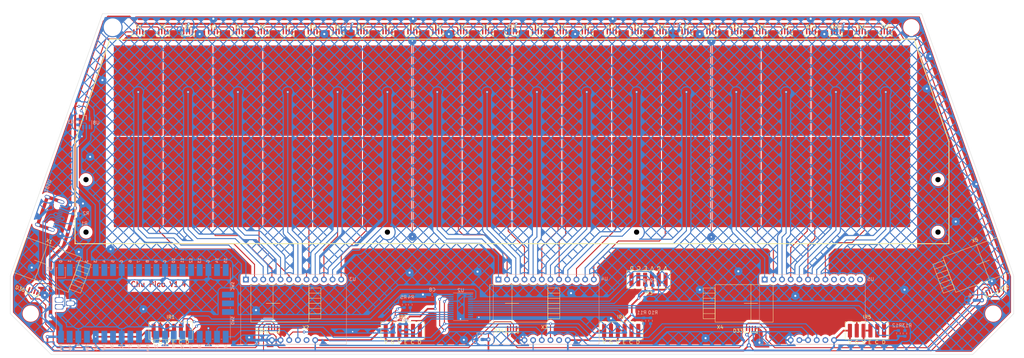
<source format=kicad_pcb>
(kicad_pcb (version 20211014) (generator pcbnew)
  (title_block (title "Chu Pico Main"))
  (layers (0 "F.Cu" signal) (31 "B.Cu" signal) (34 "B.Paste" user) (35 "F.Paste" user) (36 "B.SilkS" user "B.Silkscreen") (37 "F.SilkS" user "F.Silkscreen") (38 "B.Mask" user) (39 "F.Mask" user) (44 "Edge.Cuts" user))
  (net 0 "")
  (net 1 "GND")
  (net 2 "+5V")
  (net 3 "+3V3")
  (net 5 "Net-(U1-PadTP2)")
  (net 6 "Net-(U1-PadTP3)")
  (net 7 "unconnected-(USB1-Pad13)")
  (net 19 "/SCL")
  (net 20 "/SDA")
  (net 39 "Net-(K25-Pad1)")
  (net 40 "Net-(K26-Pad1)")
  (net 41 "Net-(K27-Pad1)")
  (net 42 "Net-(K28-Pad1)")
  (net 43 "Net-(K29-Pad1)")
  (net 44 "Net-(K30-Pad1)")
  (net 45 "Net-(K31-Pad1)")
  (net 46 "Net-(K32-Pad1)")
  (net 52 "Net-(K1-Pad1)")
  (net 53 "Net-(K2-Pad1)")
  (net 54 "Net-(K3-Pad1)")
  (net 55 "Net-(K4-Pad1)")
  (net 56 "Net-(K5-Pad1)")
  (net 57 "Net-(K6-Pad1)")
  (net 58 "Net-(K7-Pad1)")
  (net 59 "Net-(K8-Pad1)")
  (net 60 "Net-(K9-Pad1)")
  (net 61 "Net-(K10-Pad1)")
  (net 62 "Net-(K11-Pad1)")
  (net 63 "Net-(K12-Pad1)")
  (net 64 "Net-(K13-Pad1)")
  (net 65 "Net-(K14-Pad1)")
  (net 66 "Net-(K15-Pad1)")
  (net 67 "Net-(K16-Pad1)")
  (net 68 "Net-(K17-Pad1)")
  (net 69 "Net-(K18-Pad1)")
  (net 70 "Net-(K19-Pad1)")
  (net 71 "Net-(K20-Pad1)")
  (net 72 "Net-(K21-Pad1)")
  (net 73 "Net-(K22-Pad1)")
  (net 74 "Net-(K23-Pad1)")
  (net 75 "Net-(K24-Pad1)")
  (net 80 "Net-(D31-PadO)")
  (net 81 "Net-(D32-PadO)")
  (net 82 "Net-(D33-PadO)")
  (net 83 "Net-(D34-PadO)")
  (net 84 "Net-(D35-PadO)")
  (net 86 "Net-(D3-PadO)")
  (net 87 "Net-(D4-PadO)")
  (net 88 "Net-(D5-PadO)")
  (net 89 "Net-(D6-PadO)")
  (net 90 "Net-(D7-PadO)")
  (net 91 "Net-(D8-PadO)")
  (net 92 "Net-(D16-PadO)")
  (net 93 "Net-(D17-PadO)")
  (net 94 "Net-(D18-PadO)")
  (net 95 "Net-(D19-PadO)")
  (net 96 "Net-(D20-PadO)")
  (net 97 "Net-(D21-PadO)")
  (net 98 "Net-(D22-PadO)")
  (net 99 "Net-(D24-PadO)")
  (net 100 "Net-(D25-PadO)")
  (net 101 "Net-(D26-PadO)")
  (net 102 "Net-(D27-PadO)")
  (net 103 "Net-(D28-PadO)")
  (net 104 "Net-(D29-PadO)")
  (net 105 "Net-(D30-PadO)")
  (net 106 "Net-(D1-PadO)")
  (net 107 "Net-(D2-PadO)")
  (net 108 "Net-(D10-PadO)")
  (net 109 "Net-(D23-PadO)")
  (net 110 "Net-(D10-PadI)")
  (net 111 "Net-(D1-PadI)")
  (net 112 "Net-(D11-PadO)")
  (net 113 "Net-(D12-PadO)")
  (net 114 "Net-(D13-PadO)")
  (net 115 "Net-(D14-PadO)")
  (net 116 "Net-(D15-PadO)")
  (net 120 "/SCL_1")
  (net 121 "/SDA_1")
  (net 122 "/SCL_2")
  (net 123 "/SDA_2")
  (net 124 "/SCL_3")
  (net 125 "/SDA_3")
  (net 126 "/SCL_4")
  (net 127 "/SDA_4")
  (net 128 "/SCL_5")
  (net 129 "/SDA_5")
  (net 130 "Net-(U1-Pad25)")
  (net 134 "Net-(R1-Pad1)")
  (net 135 "Net-(R2-Pad1)")
  (net 136 "Net-(R3-Pad2)")
  (footprint "chu_main:WS2812B-4020" (layer "F.Cu") (at 309.096 63.074 180)
    (fp_text reference "D29")
    (fp_text value "WS2812B_Unified")
  )
  (footprint "chu_main:ChuKey" (layer "F.Cu") (at 323.696 106.074 180)
    (fp_text reference "K32" hide)
    (fp_text value "Conn_01x01_Female" hide)
  )
  (footprint "chu_main:WS2812B-4020" (layer "F.Cu") (at 192.296 63.074 180)
    (fp_text reference "D13")
    (fp_text value "WS2812B_Unified")
  )
  (footprint "chu_main:GP2Y0E03_REAL" (layer "F.Cu") (at 144.196 142.074 90)
    (fp_text reference "X2")
    (fp_text value "GP2Y0E03_REAL" hide)
  )
  (footprint "chu_main:WS2812B-4020" (layer "F.Cu") (at 144.196 150.074 180)
    (fp_text reference "D35")
    (fp_text value "WS2812B_Unified" hide)
  )
  (footprint "chu_main:WS2812B-4020" (layer "F.Cu") (at 257.996 63.074 180)
    (fp_text reference "D22")
    (fp_text value "WS2812B_Unified")
  )
  (footprint "chu_main:WS2812B-4020" (layer "F.Cu") (at 104.696 63.074 180)
    (fp_text reference "D1")
    (fp_text value "WS2812B_Unified")
  )
  (footprint "chu_main:ChuKey" (layer "F.Cu") (at 163.096 106.074 180)
    (fp_text reference "K10" hide)
    (fp_text value "Conn_01x01_Female" hide)
  )
  (footprint "chu_main:ChuKey" (layer "F.Cu") (at 119.296 80.074)
    (fp_text reference "K3" hide)
    (fp_text value "Conn_01x01_Female" hide)
  )
  (footprint "chu_main:WS2812B-4020" (layer "F.Cu") (at 279.896 63.074 180)
    (fp_text reference "D25")
    (fp_text value "WS2812B_Unified")
  )
  (footprint "chu_main:GP2Y0E03" (layer "F.Cu") (at 318.196 150.074)
    (fp_text reference "IR5")
    (fp_text value "Conn_01x06" hide)
  )
  (footprint "chu_main:WS2812B-4020" (layer "F.Cu") (at 287.196 63.074 180)
    (fp_text reference "D26")
    (fp_text value "WS2812B_Unified")
  )
  (footprint "chu_main:WS2812B-4020" (layer "F.Cu") (at 111.996 63.074 180)
    (fp_text reference "D2")
    (fp_text value "WS2812B_Unified")
  )
  (footprint "chu_main:WS2812B-4020" (layer "F.Cu") (at 199.596 63.074 180)
    (fp_text reference "D14")
    (fp_text value "WS2812B_Unified")
  )
  (footprint "chu_main:ChuKeyBiasLeft" (layer "F.Cu") (at 265.296 80.074)
    (fp_text reference "K23" hide)
    (fp_text value "Conn_01x01_Female" hide)
  )
  (footprint "chu_main:WS2812B-4020" (layer "F.Cu") (at 73.696 139.074 160)
    (fp_text reference "D36")
    (fp_text value "WS2812B_Unified" hide)
  )
  (footprint "chu_main:ChuKeyBiasRight" (layer "F.Cu") (at 192.296 80.074)
    (fp_text reference "K13" hide)
    (fp_text value "Conn_01x01_Female" hide)
  )
  (footprint "chu_main:WS2812B-4020" (layer "F.Cu") (at 272.596 63.074 180)
    (fp_text reference "D24")
    (fp_text value "WS2812B_Unified")
  )
  (footprint "chu_main:WS2812B-4020" (layer "F.Cu") (at 284.196 150.074 180)
    (fp_text reference "D33")
    (fp_text value "WS2812B_Unified" hide)
  )
  (footprint "chu_main:ChuKey" (layer "F.Cu") (at 104.696 80.074)
    (fp_text reference "K1" hide)
    (fp_text value "Conn_01x01_Female" hide)
  )
  (footprint "chu_main:ChuKey" (layer "F.Cu") (at 148.496 106.074 180)
    (fp_text reference "K8" hide)
    (fp_text value "Conn_01x01_Female" hide)
  )
  (footprint "chu_main:WS2812B-4020" (layer "F.Cu") (at 206.896 63.074 180)
    (fp_text reference "D15")
    (fp_text value "WS2812B_Unified")
  )
  (footprint "chu_main:GP2Y0E03" (layer "F.Cu") (at 114.196 150.074)
    (fp_text reference "IR1")
    (fp_text value "Conn_01x06" hide)
  )
  (footprint "chu_main:WS2812B-4020" (layer "F.Cu") (at 163.096 63.074 180)
    (fp_text reference "D9")
    (fp_text value "WS2812B_Unified")
  )
  (footprint "chu_main:ChuKey" (layer "F.Cu") (at 104.696 106.074 180)
    (fp_text reference "K2" hide)
    (fp_text value "Conn_01x01_Female" hide)
  )
  (footprint "chu_main:WS2812B-4020" (layer "F.Cu") (at 236.096 63.074 180)
    (fp_text reference "D19")
    (fp_text value "WS2812B_Unified")
  )
  (footprint "chu_main:WS2812B-4020" (layer "F.Cu") (at 126.596 63.074 180)
    (fp_text reference "D4")
    (fp_text value "WS2812B_Unified")
  )
  (footprint "chu_main:ChuKey" (layer "F.Cu") (at 163.096 80.074)
    (fp_text reference "K9" hide)
    (fp_text value "Conn_01x01_Female" hide)
  )
  (footprint "chu_main:WS2812B-4020" (layer "F.Cu") (at 148.496 63.074 180)
    (fp_text reference "D7")
    (fp_text value "WS2812B_Unified")
  )
  (footprint "chu_main:ChuKeyBiasRight" (layer "F.Cu") (at 279.896 80.074)
    (fp_text reference "K25" hide)
    (fp_text value "Conn_01x01_Female" hide)
  )
  (footprint "chu_main:WS2812B-4020" (layer "F.Cu") (at 228.796 63.074 180)
    (fp_text reference "D18")
    (fp_text value "WS2812B_Unified")
  )
  (footprint "chu_main:ChuKey" (layer "F.Cu") (at 309.096 106.074 180)
    (fp_text reference "K30" hide)
    (fp_text value "Conn_01x01_Female" hide)
  )
  (footprint "chu_main:ChuAcrylic" (layer "F.Cu") (at 214.196 94.574)
    (fp_text reference "U0" hide)
    (fp_text value "ChuAcrylic")
  )
  (footprint "chu_main:WS2812B-4020" (layer "F.Cu") (at 243.396 63.074 180)
    (fp_text reference "D20")
    (fp_text value "WS2812B_Unified")
  )
  (footprint "chu_main:WS2812B-4020" (layer "F.Cu") (at 214.196 150.074 180)
    (fp_text reference "D34")
    (fp_text value "WS2812B_Unified" hide)
  )
  (footprint "chu_main:ChuKey" (layer "F.Cu") (at 250.696 80.074)
    (fp_text reference "K21" hide)
    (fp_text value "Conn_01x01_Female" hide)
  )
  (footprint "chu_main:ChuKey" (layer "F.Cu") (at 119.296 106.074 180)
    (fp_text reference "K4" hide)
    (fp_text value "Conn_01x01_Female" hide)
  )
  (footprint "chu_main:ChuKey" (layer "F.Cu") (at 148.496 80.074)
    (fp_text reference "K7" hide)
    (fp_text value "Conn_01x01_Female" hide)
  )
  (footprint "chu_main:ChuKey" (layer "F.Cu") (at 206.896 106.074 180)
    (fp_text reference "K16" hide)
    (fp_text value "Conn_01x01_Female" hide)
  )
  (footprint "chu_main:WS2812B-4020" (layer "F.Cu") (at 155.796 63.074 180)
    (fp_text reference "D8")
    (fp_text value "WS2812B_Unified")
  )
  (footprint "chu_main:GP2Y0E03_REAL" (layer "F.Cu") (at 352.196 130.074 -70)
    (fp_text reference "X5")
    (fp_text value "GP2Y0E03_REAL" hide)
  )
  (footprint "chu_main:WS2812B-4020" (layer "F.Cu") (at 301.796 63.074 180)
    (fp_text reference "D28")
    (fp_text value "WS2812B_Unified")
  )
  (footprint "chu_main:ChuKeyBiasRight" (layer "F.Cu") (at 265.296 106.074 180)
    (fp_text reference "K24" hide)
    (fp_text value "Conn_01x01_Female" hide)
  )
  (footprint "chu_main:ChuKey" (layer "F.Cu") (at 221.496 106.074 180)
    (fp_text reference "K18" hide)
    (fp_text value "Conn_01x01_Female" hide)
  )
  (footprint "chu_main:ChuKey" (layer "F.Cu") (at 133.896 106.074 180)
    (fp_text reference "K6" hide)
    (fp_text value "Conn_01x01_Female" hide)
  )
  (footprint "chu_main:WS2812B-4020" (layer "F.Cu") (at 214.196 63.074 180)
    (fp_text reference "D16")
    (fp_text value "WS2812B_Unified")
  )
  (footprint "chu_main:WS2812B-4020" (layer "F.Cu") (at 133.896 63.074 180)
    (fp_text reference "D5")
    (fp_text value "WS2812B_Unified")
  )
  (footprint "chu_main:WS2812B-4020" (layer "F.Cu") (at 184.996 63.074 180)
    (fp_text reference "D12")
    (fp_text value "WS2812B_Unified")
  )
  (footprint "chu_main:ChuKey" (layer "F.Cu") (at 206.896 80.074)
    (fp_text reference "K15" hide)
    (fp_text value "Conn_01x01_Female" hide)
  )
  (footprint "chu_main:MountingHole_3.2mm_M3" (layer "F.Cu") (at 355.196 145.074)
    (fp_text reference "SCR4" hide)
    (fp_text value "ScrewHole")
  )
  (footprint "chu_main:ChuKey" (layer "F.Cu") (at 236.096 106.074 180)
    (fp_text reference "K20" hide)
    (fp_text value "Conn_01x01_Female" hide)
  )
  (footprint "chu_main:WS2812B-4020" (layer "F.Cu") (at 170.396 63.074 180)
    (fp_text reference "D10")
    (fp_text value "WS2812B_Unified")
  )
  (footprint "chu_main:ChuKey" (layer "F.Cu") (at 250.696 106.074 180)
    (fp_text reference "K22" hide)
    (fp_text value "Conn_01x01_Female" hide)
  )
  (footprint "chu_main:WS2812B-4020" (layer "F.Cu") (at 323.696 63.074 180)
    (fp_text reference "D31")
    (fp_text value "WS2812B_Unified")
  )
  (footprint "chu_main:ChuKey" (layer "F.Cu") (at 133.896 80.074)
    (fp_text reference "K5" hide)
    (fp_text value "Conn_01x01_Female" hide)
  )
  (footprint "chu_main:WS2812B-4020" (layer "F.Cu") (at 250.696 63.074 180)
    (fp_text reference "D21")
    (fp_text value "WS2812B_Unified")
  )
  (footprint "chu_main:WS2812B-4020" (layer "F.Cu") (at 177.696 63.074 180)
    (fp_text reference "D11")
    (fp_text value "WS2812B_Unified")
  )
  (footprint "chu_main:GP2Y0E03" (layer "F.Cu") (at 246.196 150.074)
    (fp_text reference "IR4")
    (fp_text value "Conn_01x06" hide)
  )
  (footprint "chu_main:GP2Y0E03" (layer "F.Cu") (at 254.196 135.074 180)
    (fp_text reference "IR3")
    (fp_text value "Conn_01x06" hide)
  )
  (footprint "chu_main:MountingHole_3.2mm_M3" (layer "F.Cu") (at 73.196 145.074)
    (fp_text reference "SCR3" hide)
    (fp_text value "ScrewHole")
  )
  (footprint "chu_main:WS2812B-4020" (layer "F.Cu") (at 141.196 63.074 180)
    (fp_text reference "D6")
    (fp_text value "WS2812B_Unified")
  )
  (footprint "chu_main:ChuKeyBiasLeft" (layer "F.Cu") (at 279.896 106.074 180)
    (fp_text reference "K26" hide)
    (fp_text value "Conn_01x01_Female" hide)
  )
  (footprint "chu_main:ChuKey" (layer "F.Cu") (at 236.096 80.074)
    (fp_text reference "K19" hide)
    (fp_text value "Conn_01x01_Female" hide)
  )
  (footprint "chu_main:ChuKey" (layer "F.Cu") (at 294.496 106.074 180)
    (fp_text reference "K28" hide)
    (fp_text value "Conn_01x01_Female" hide)
  )
  (footprint "chu_main:ChuKey" (layer "F.Cu") (at 323.696 80.074)
    (fp_text reference "K31" hide)
    (fp_text value "Conn_01x01_Female" hide)
  )
  (footprint "chu_main:WS2812B-4020" (layer "F.Cu") (at 265.296 63.074 180)
    (fp_text reference "D23")
    (fp_text value "WS2812B_Unified")
  )
  (footprint "chu_main:ChuKeyBiasLeft" (layer "F.Cu") (at 192.296 106.074 180)
    (fp_text reference "K14" hide)
    (fp_text value "Conn_01x01_Female" hide)
  )
  (footprint "chu_main:GP2Y0E03_REAL" (layer "F.Cu") (at 76.196 130.074 70)
    (fp_text reference "X1")
    (fp_text value "GP2Y0E03_REAL" hide)
  )
  (footprint "chu_main:WS2812B-4020" (layer "F.Cu") (at 294.496 63.074 180)
    (fp_text reference "D27")
    (fp_text value "WS2812B_Unified")
  )
  (footprint "chu_main:GP2Y0E03" (layer "F.Cu") (at 182.196 150.074)
    (fp_text reference "IR2")
    (fp_text value "Conn_01x06" hide)
  )
  (footprint "chu_main:WS2812B-4020" (layer "F.Cu") (at 119.296 63.074 180)
    (fp_text reference "D3")
    (fp_text value "WS2812B_Unified")
  )
  (footprint "chu_main:ChuKeyBiasLeft" (layer "F.Cu") (at 177.696 80.074)
    (fp_text reference "K11" hide)
    (fp_text value "Conn_01x01_Female" hide)
  )
  (footprint "chu_main:ChuKey" (layer "F.Cu") (at 309.096 80.074)
    (fp_text reference "K29" hide)
    (fp_text value "Conn_01x01_Female" hide)
  )
  (footprint "chu_main:MountingHole_3.2mm_M3" (layer "F.Cu") (at 331.196 61.074)
    (fp_text reference "SCR2" hide)
    (fp_text value "ScrewHole")
  )
  (footprint "chu_main:GP2Y0E03_REAL" (layer "F.Cu") (at 284.196 142.074 -90)
    (fp_text reference "X4")
    (fp_text value "GP2Y0E03_REAL" hide)
  )
  (footprint "chu_main:ChuKeyBiasRight" (layer "F.Cu") (at 177.696 106.074 180)
    (fp_text reference "K12" hide)
    (fp_text value "Conn_01x01_Female" hide)
  )
  (footprint "chu_main:GP2Y0E03_REAL" (layer "F.Cu") (at 214.196 142.074 90)
    (fp_text reference "X3")
    (fp_text value "GP2Y0E03_REAL" hide)
  )
  (footprint "chu_main:WS2812B-4020" (layer "F.Cu") (at 221.496 63.074 180)
    (fp_text reference "D17")
    (fp_text value "WS2812B_Unified")
  )
  (footprint "chu_main:ChuKey" (layer "F.Cu") (at 294.496 80.074)
    (fp_text reference "K27" hide)
    (fp_text value "Conn_01x01_Female" hide)
  )
  (footprint "chu_main:MountingHole_3.2mm_M3" (layer "F.Cu") (at 97.196 61.074)
    (fp_text reference "SCR1" hide)
    (fp_text value "ScrewHole")
  )
  (footprint "chu_main:WS2812B-4020" (layer "F.Cu") (at 316.396 63.074 180)
    (fp_text reference "D30")
    (fp_text value "WS2812B_Unified")
  )
  (footprint "chu_main:WS2812B-4020" (layer "F.Cu") (at 354.696 139.074 -160)
    (fp_text reference "D32")
    (fp_text value "WS2812B_Unified" hide)
  )
  (footprint "chu_main:ChuKey" (layer "F.Cu") (at 221.496 80.074)
    (fp_text reference "K17" hide)
    (fp_text value "Conn_01x01_Female" hide)
  )
  (footprint "Capacitor_SMD:C_0603_1608Metric_Pad1.08x0.95mm_HandSolder" (layer "B.Cu") (at 190.8335 139.499 180)
    (fp_text reference "C8")
    (fp_text value "0.1uF")
  )
  (footprint "chu_main:MPR121_BOARD" (layer "B.Cu") (at 150.196 135.074)
    (fp_text reference "U3")
    (fp_text value "MPR121QR2_BOARD")
  )
  (footprint "chu_main:MPR121_BOARD" (layer "B.Cu") (at 224.196 135.074)
    (fp_text reference "U4")
    (fp_text value "MPR121QR2_BOARD")
  )
  (footprint "Resistor_SMD:R_0603_1608Metric" (layer "B.Cu") (at 254.796 147.174 90)
    (fp_text reference "R10")
    (fp_text value "4.7K" hide)
  )
  (footprint "Resistor_SMD:R_0603_1608Metric" (layer "B.Cu") (at 85.796 118.674)
    (fp_text reference "R1")
    (fp_text value "5K1")
  )
  (footprint "Package_SO:TSSOP-24_4.4x7.8mm_P0.65mm" (layer "B.Cu") (at 199.196 143.074 180)
    (fp_text reference "U2")
    (fp_text value "PCA9548APW")
  )
  (footprint "Type-C:HRO-TYPE-C-31-M-12-Assembly" (layer "B.Cu") (at 74.196 114.074 70.75)
    (fp_text reference "USB1")
    (fp_text value "U262-161N-4BVC11" hide)
  )
  (footprint "chu_main:MPR121_BOARD" (layer "B.Cu") (at 302.196 135.074)
    (fp_text reference "U5")
    (fp_text value "MPR121QR2_BOARD")
  )
  (footprint "Resistor_SMD:R_0603_1608Metric" (layer "B.Cu") (at 253.496 137.674 -90)
    (fp_text reference "R8")
    (fp_text value "4.7K")
  )
  (footprint "Resistor_SMD:R_0603_1608Metric" (layer "B.Cu") (at 181.396 148.974 90)
    (fp_text reference "R7")
    (fp_text value "4.7K" hide)
  )
  (footprint "Resistor_SMD:R_0603_1608Metric" (layer "B.Cu") (at 86.996 88.874 -90)
    (fp_text reference "R3")
    (fp_text value "10")
  )
  (footprint "Capacitor_SMD:C_0603_1608Metric_Pad1.08x0.95mm_HandSolder" (layer "B.Cu") (at 166.196 62.074 180)
    (fp_text reference "C2")
    (fp_text value "0.1uF")
  )
  (footprint "chu_main:RPi_Pico_SMD_Pins_Strip" (layer "B.Cu") (at 106.196 142.074 -90)
    (fp_text reference "U1")
    (fp_text value "Pico")
  )
  (footprint "Resistor_SMD:R_0603_1608Metric" (layer "B.Cu") (at 255.496 137.674 -90)
    (fp_text reference "R9")
    (fp_text value "4.7K" hide)
  )
  (footprint "Capacitor_SMD:C_0603_1608Metric_Pad1.08x0.95mm_HandSolder" (layer "B.Cu") (at 348.86475 141.174 180)
    (fp_text reference "C6")
    (fp_text value "0.1uF" hide)
  )
  (footprint "Capacitor_SMD:C_0603_1608Metric_Pad1.08x0.95mm_HandSolder" (layer "B.Cu") (at 262.196 62.074 180)
    (fp_text reference "C4")
    (fp_text value "0.1uF")
  )
  (footprint "Resistor_SMD:R_0603_1608Metric" (layer "B.Cu") (at 184.396 142.474 90)
    (fp_text reference "R4")
    (fp_text value "4.7K" hide)
  )
  (footprint "Capacitor_SMD:C_0603_1608Metric_Pad1.08x0.95mm_HandSolder" (layer "B.Cu") (at 214.196 62.074 180)
    (fp_text reference "C3")
    (fp_text value "0.1uF" hide)
  )
  (footprint "Resistor_SMD:R_0603_1608Metric" (layer "B.Cu") (at 86.396 115.774)
    (fp_text reference "R2")
    (fp_text value "5K1")
  )
  (footprint "Capacitor_SMD:C_0603_1608Metric_Pad1.08x0.95mm_HandSolder" (layer "B.Cu") (at 204.66475 152.674 180)
    (fp_text reference "C7")
    (fp_text value "0.1uF" hide)
  )
  (footprint "Resistor_SMD:R_0603_1608Metric" (layer "B.Cu") (at 327.396 150.874 -90)
    (fp_text reference "R12")
    (fp_text value "4.7K" hide)
  )
  (footprint "Resistor_SMD:R_0603_1608Metric" (layer "B.Cu") (at 252.796 147.174 90)
    (fp_text reference "R11")
    (fp_text value "4.7K" hide)
  )
  (footprint "Resistor_SMD:R_0603_1608Metric" (layer "B.Cu") (at 182.596 142.474 90)
    (fp_text reference "R5")
    (fp_text value "4.7K" hide)
  )
  (footprint "Capacitor_SMD:C_0603_1608Metric_Pad1.08x0.95mm_HandSolder" (layer "B.Cu") (at 118.196 62.074 180)
    (fp_text reference "C1")
    (fp_text value "0.1uF")
  )
  (footprint "Resistor_SMD:R_0603_1608Metric" (layer "B.Cu") (at 329.296 150.899 -90)
    (fp_text reference "R13")
    (fp_text value "4.7K" hide)
  )
  (footprint "chu_main:SOT-23-5_Jumper" (layer "B.Cu") (at 89.496 89.174 90)
    (fp_text reference "U8")
    (fp_text value "SN74LV1T34DBV")
  )
  (footprint "Capacitor_SMD:C_0603_1608Metric_Pad1.08x0.95mm_HandSolder" (layer "B.Cu") (at 310.196 62.074 180)
    (fp_text reference "C5")
    (fp_text value "0.1uF")
  )
  (footprint "Resistor_SMD:R_0603_1608Metric" (layer "B.Cu") (at 183.196 148.974 90)
    (fp_text reference "R6")
    (fp_text value "4.7K" hide)
  )
  (gr_line (start 349.196 157.074) (end 361.196 145.074) (layer "Edge.Cuts") (width 0.1))
  (gr_line (start 67.196 145.074) (end 67.196 134.074) (layer "Edge.Cuts") (width 0.1))
  (gr_line (start 361.196 145.074) (end 361.196 134.074) (layer "Edge.Cuts") (width 0.1))
  (gr_line (start 67.196 145.074) (end 79.196 157.074) (layer "Edge.Cuts") (width 0.1))
  (gr_line (start 79.196 157.074) (end 349.196 157.074) (layer "Edge.Cuts") (width 0.1))
  (gr_line (start 94.196 57.074) (end 334.196 57.074) (layer "Edge.Cuts") (width 0.1))
  (gr_line (start 334.196 57.074) (end 361.196 134.074) (layer "Edge.Cuts") (width 0.1))
  (gr_line (start 94.196 57.074) (end 67.196 134.074) (layer "Edge.Cuts") (width 0.1))
  (gr_text "Chu Pico V1.4" (at 110.596 136.474) (layer "F.Cu") (effects (font (size 1.5 1.5) (thickness 0.3))))
  (segment (start 145.471 149.424) (end 145.471 150.649) (width 0.3) (layer "F.Cu") (net 1))
  (segment (start 184.996 122.474) (end 184.996 65.074) (width 0.25) (layer "F.Cu") (net 1))
  (segment (start 75.116421 138.899275) (end 77.296 139.674) (width 0.3) (layer "F.Cu") (net 1))
  (segment (start 285.471 152.349) (end 285.471 149.424) (width 0.3) (layer "F.Cu") (net 1))
  (segment (start 272.596 122.574) (end 272.596 65.174) (width 0.25) (layer "F.Cu") (net 1))
  (segment (start 354.796 135.574) (end 355.671795 138.027124) (width 0.3) (layer "F.Cu") (net 1))
  (segment (start 217.846 152.854) (end 215.471 150.479) (width 0.3) (layer "F.Cu") (net 1))
  (segment (start 215.471 150.479) (end 215.471 149.424) (width 0.3) (layer "F.Cu") (net 1))
  (segment (start 146.386 151.564) (end 146.386 152.854) (width 0.3) (layer "F.Cu") (net 1))
  (segment (start 145.471 150.649) (end 146.386 151.564) (width 0.3) (layer "F.Cu") (net 1))
  (segment (start 286.696 153.574) (end 285.471 152.349) (width 0.3) (layer "F.Cu") (net 1))
  (via (at 200.096 152.774) (size 1.2) (drill 0.6) (layers "F.Cu" "B.Cu") (net 1))
  (via (at 243.196 146.474) (size 1.2) (drill 0.6) (layers "F.Cu" "B.Cu") (net 1))
  (via (at 125.246 149.374) (size 0.8) (drill 0.4) (layers "F.Cu" "B.Cu") (net 1))
  (via (at 305.696 63.074) (size 1.2) (drill 0.6) (layers "F.Cu" "B.Cu") (net 1))
  (via (at 269.196 63.074) (size 1.2) (drill 0.6) (layers "F.Cu" "B.Cu") (net 1))
  (via (at 84.696 113.174) (size 1.2) (drill 0.6) (layers "F.Cu" "B.Cu") (net 1))
  (via (at 329.196 138.074) (size 1.2) (drill 0.6) (layers "F.Cu" "B.Cu") (net 1))
  (via (at 243.696 58.574) (size 1.2) (drill 0.6) (layers "F.Cu" "B.Cu") (net 1))
  (via (at 184.996 122.474) (size 0.8) (drill 0.4) (layers "F.Cu" "B.Cu") (net 1))
  (via (at 94.196 76.574) (size 1.2) (drill 0.6) (layers "F.Cu" "B.Cu") (net 1))
  (via (at 126.696 58.574) (size 1.2) (drill 0.6) (layers "F.Cu" "B.Cu") (net 1))
  (via (at 184.996 65.074) (size 0.8) (drill 0.4) (layers "F.Cu" "B.Cu") (net 1))
  (via (at 185.196 58.574) (size 1.2) (drill 0.6) (layers "F.Cu" "B.Cu") (net 1))
  (via (at 188.096 139.499) (size 1.2) (drill 0.6) (layers "F.Cu" "B.Cu") (net 1))
  (via (at 90.596 99.074) (size 1.2) (drill 0.6) (layers "F.Cu" "B.Cu") (net 1))
  (via (at 297.196 139.874) (size 1.2) (drill 0.6) (layers "F.Cu" "B.Cu") (net 1))
  (via (at 204.096 132.774) (size 1.2) (drill 0.6) (layers "F.Cu" "B.Cu") (net 1))
  (via (at 269.196 138.074) (size 1.2) (drill 0.6) (layers "F.Cu" "B.Cu") (net 1))
  (via (at 199.096 146.649) (size 0.8) (drill 0.4) (layers "F.Cu" "B.Cu") (net 1))
  (via (at 159.196 63.064) (size 1.2) (drill 0.6) (layers "F.Cu" "B.Cu") (net 1))
  (via (at 195.696 63.074) (size 1.2) (drill 0.6) (layers "F.Cu" "B.Cu") (net 1))
  (via (at 184.196 133.074) (size 1.2) (drill 0.6) (layers "F.Cu" "B.Cu") (net 1))
  (via (at 73.496 131.574) (size 1.2) (drill 0.6) (layers "F.Cu" "B.Cu") (net 1))
  (via (at 301.696 58.574) (size 1.2) (drill 0.6) (layers "F.Cu" "B.Cu") (net 1))
  (via (at 77.296 139.674) (size 1.2) (drill 0.6) (layers "F.Cu" "B.Cu") (net 1))
  (via (at 350.196 107.074) (size 1.2) (drill 0.6) (layers "F.Cu" "B.Cu") (net 1))
  (via (at 231.496 139.074) (size 1.2) (drill 0.6) (layers "F.Cu" "B.Cu") (net 1))
  (via (at 88.196 93.074) (size 0.8) (drill 0.4) (layers "F.Cu" "B.Cu") (net 1))
  (via (at 167.496 150.374) (size 0.8) (drill 0.4) (layers "F.Cu" "B.Cu") (net 1))
  (via (at 286.696 153.574) (size 1.2) (drill 0.6) (layers "F.Cu" "B.Cu") (net 1))
  (via (at 232.696 63.064) (size 1.2) (drill 0.6) (layers "F.Cu" "B.Cu") (net 1))
  (via (at 335.696 79.074) (size 1.2) (drill 0.6) (layers "F.Cu" "B.Cu") (net 1))
  (via (at 88.496 112.774) (size 1.2) (drill 0.6) (layers "F.Cu" "B.Cu") (net 1))
  (via (at 96.596 126.174) (size 1.2) (drill 0.6) (layers "F.Cu" "B.Cu") (net 1))
  (via (at 106.196 143.774) (size 1.2) (drill 0.6) (layers "F.Cu" "B.Cu") (net 1))
  (via (at 87.296 126.974) (size 1.2) (drill 0.6) (layers "F.Cu" "B.Cu") (net 1))
  (via (at 204.496 146.174) (size 0.8) (drill 0.4) (layers "F.Cu" "B.Cu") (net 1))
  (via (at 139.196 144.074) (size 1.2) (drill 0.6) (layers "F.Cu" "B.Cu") (net 1))
  (via (at 272.596 65.174) (size 0.8) (drill 0.4) (layers "F.Cu" "B.Cu") (net 1))
  (via (at 272.596 122.574) (size 0.8) (drill 0.4) (layers "F.Cu" "B.Cu") (net 1))
  (via (at 81.896 121.674) (size 1.2) (drill 0.6) (layers "F.Cu" "B.Cu") (net 1))
  (via (at 137.196 152.074) (size 1.2) (drill 0.6) (layers "F.Cu" "B.Cu") (net 1))
  (via (at 354.796 135.574) (size 1.2) (drill 0.6) (layers "F.Cu" "B.Cu") (net 1))
  (via (at 336.696 69.574) (size 1.2) (drill 0.6) (layers "F.Cu" "B.Cu") (net 1))
  (via (at 270.896 152.274) (size 1.2) (drill 0.6) (layers "F.Cu" "B.Cu") (net 1))
  (via (at 344.196 118.074) (size 1.2) (drill 0.6) (layers "F.Cu" "B.Cu") (net 1))
  (via (at 280.496 132.674) (size 1.2) (drill 0.6) (layers "F.Cu" "B.Cu") (net 1))
  (via (at 122.696 63.074) (size 1.2) (drill 0.6) (layers "F.Cu" "B.Cu") (net 1))
  (segment (start 88.546 90.3115) (end 88.546 91.724) (width 0.3) (layer "B.Cu") (net 1))
  (segment (start 81.596 120.074) (end 81.896 121.674) (width 0.5) (layer "B.Cu") (net 1))
  (segment (start 80.397513 119.655657) (end 81.596 120.074) (width 0.5) (layer "B.Cu") (net 1))
  (segment (start 84.696 113.174) (end 83.696 113.974) (width 0.5) (layer "B.Cu") (net 1))
  (segment (start 88.546 91.724) (end 88.196 92.074) (width 0.3) (layer "B.Cu") (net 1))
  (segment (start 196.3335 141.449) (end 198.521 141.449) (width 0.3) (layer "B.Cu") (net 1))
  (segment (start 202.0585 140.149) (end 202.0585 139.499) (width 0.3) (layer "B.Cu") (net 1))
  (segment (start 125.246 149.374) (end 125.246 151.874) (width 0.3) (layer "B.Cu") (net 1))
  (segment (start 204.021 146.649) (end 202.0585 146.649) (width 0.3) (layer "B.Cu") (net 1))
  (segment (start 202.0585 146.649) (end 199.096 146.649) (width 0.3) (layer "B.Cu") (net 1))
  (segment (start 204.496 146.174) (end 204.021 146.649) (width 0.3) (layer "B.Cu") (net 1))
  (segment (start 189.971 139.499) (end 188.096 139.499) (width 0.8) (layer "B.Cu") (net 1))
  (segment (start 88.196 92.074) (end 88.196 93.074) (width 0.3) (layer "B.Cu") (net 1))
  (segment (start 137.976 152.854) (end 137.196 152.074) (width 0.8) (layer "B.Cu") (net 1))
  (segment (start 199.821 140.149) (end 202.0585 140.149) (width 0.3) (layer "B.Cu") (net 1))
  (segment (start 146.386 152.854) (end 137.976 152.854) (width 0.8) (layer "B.Cu") (net 1))
  (segment (start 198.521 141.449) (end 199.821 140.149) (width 0.3) (layer "B.Cu") (net 1))
  (segment (start 83.696 113.974) (end 82.524017 113.566282) (width 0.5) (layer "B.Cu") (net 1))
  (segment (start 352.696 137.374) (end 353.196 137.374) (width 0.3) (layer "F.Cu") (net 2))
  (segment (start 102.171 57.974) (end 95.896 57.974) (width 0.6) (layer "F.Cu") (net 2))
  (segment (start 286.771 62.424) (end 286.771 60.074) (width 0.4) (layer "F.Cu") (net 2))
  (segment (start 294.071 62.424) (end 294.071 60.074) (width 0.4) (layer "F.Cu") (net 2))
  (segment (start 73.996 136.974) (end 73.518944 138.317841) (width 0.3) (layer "F.Cu") (net 2))
  (segment (start 119.446 60.074) (end 315.996 60.074) (width 0.6) (layer "F.Cu") (net 2))
  (segment (start 281.996 155.974) (end 214.196 155.974) (width 0.5) (layer "F.Cu") (net 2))
  (segment (start 155.371 62.424) (end 155.371 60.074) (width 0.4) (layer "F.Cu") (net 2))
  (segment (start 283.596 154.374) (end 281.996 155.974) (width 0.5) (layer "F.Cu") (net 2))
  (segment (start 279.471 62.424) (end 279.471 60.074) (width 0.4) (layer "F.Cu") (net 2))
  (segment (start 126.171 62.424) (end 126.171 60.074) (width 0.4) (layer "F.Cu") (net 2))
  (segment (start 336.996 155.974) (end 351.796 141.174) (width 0.3) (layer "F.Cu") (net 2))
  (segment (start 283.771 150.499) (end 283.771 149.424) (width 0.3) (layer "F.Cu") (net 2))
  (segment (start 221.071 62.424) (end 221.071 60.074) (width 0.4) (layer "F.Cu") (net 2))
  (segment (start 78.096 151.874) (end 78.096 154.074) (width 0.5) (layer "F.Cu") (net 2))
  (segment (start 207.296 152.674) (end 207.296 155.974) (width 0.5) (layer "F.Cu") (net 2))
  (segment (start 169.971 62.424) (end 169.971 60.074) (width 0.4) (layer "F.Cu") (net 2))
  (segment (start 315.971 62.424) (end 315.971 60.074) (width 0.4) (layer "F.Cu") (net 2))
  (segment (start 86.196 114.074) (end 84.196 121.074) (width 1) (layer "F.Cu") (net 2))
  (segment (start 177.271 62.424) (end 177.271 60.074) (width 0.4) (layer "F.Cu") (net 2))
  (segment (start 206.471 62.424) (end 206.471 60.074) (width 0.4) (layer "F.Cu") (net 2))
  (segment (start 210.296 148.074) (end 207.296 151.074) (width 0.3) (layer "F.Cu") (net 2))
  (segment (start 148.071 62.424) (end 148.071 60.074) (width 0.4) (layer "F.Cu") (net 2))
  (segment (start 143.771 148.449) (end 143.771 149.424) (width 0.3) (layer "F.Cu") (net 2))
  (segment (start 285.196 155.974) (end 336.996 155.974) (width 0.3) (layer "F.Cu") (net 2))
  (segment (start 301.371 62.424) (end 301.371 60.074) (width 0.4) (layer "F.Cu") (net 2))
  (segment (start 323.271 62.424) (end 323.271 61.149) (width 0.4) (layer "F.Cu") (net 2))
  (segment (start 272.171 62.424) (end 272.171 60.074) (width 0.4) (layer "F.Cu") (net 2))
  (segment (start 162.671 62.424) (end 162.671 60.074) (width 0.4) (layer "F.Cu") (net 2))
  (segment (start 79.996 155.974) (end 141.396 155.974) (width 0.5) (layer "F.Cu") (net 2))
  (segment (start 353.196 137.374) (end 353.696 137.574) (width 0.3) (layer "F.Cu") (net 2))
  (segment (start 184.571 62.424) (end 184.571 60.074) (width 0.4) (layer "F.Cu") (net 2))
  (segment (start 257.571 62.424) (end 257.571 60.074) (width 0.4) (layer "F.Cu") (net 2))
  (segment (start 133.471 62.424) (end 133.471 60.074) (width 0.4) (layer "F.Cu") (net 2))
  (segment (start 191.871 62.424) (end 191.871 60.074) (width 0.4) (layer "F.Cu") (net 2))
  (segment (start 213.396 148.074) (end 210.296 148.074) (width 0.3) (layer "F.Cu") (net 2))
  (segment (start 351.86475 141.174) (end 351.86475 138.20525) (width 0.3) (layer "F.Cu") (net 2))
  (segment (start 283.596 154.374) (end 285.196 155.974) (width 0.3) (layer "F.Cu") (net 2))
  (segment (start 353.696 137.574) (end 354.074318 138.608558) (width 0.3) (layer "F.Cu") (net 2))
  (segment (start 86.196 84.274) (end 86.196 114.074) (width 0.6) (layer "F.Cu") (net 2))
  (segment (start 142.196 148.074) (end 143.396 148.074) (width 0.3) (layer "F.Cu") (net 2))
  (segment (start 104.271 60.074) (end 119.446 60.074) (width 0.6) (layer "F.Cu") (net 2))
  (segment (start 207.396 155.974) (end 214.196 155.974) (width 0.5) (layer "F.Cu") (net 2))
  (segment (start 308.671 62.424) (end 308.671 60.074) (width 0.4) (layer "F.Cu") (net 2))
  (segment (start 87.296 84.274) (end 86.196 84.274) (width 0.3) (layer "F.Cu") (net 2))
  (segment (start 213.771 62.424) (end 213.771 60.074) (width 0.4) (layer "F.Cu") (net 2))
  (segment (start 94.596 59.374) (end 86.196 84.274) (width 0.6) (layer "F.Cu") (net 2))
  (segment (start 111.571 62.424) (end 111.571 60.074) (width 0.4) (layer "F.Cu") (net 2))
  (segment (start 282.996 151.274) (end 283.771 150.499) (width 0.3) (layer "F.Cu") (net 2))
  (segment (start 315.996 60.074) (end 322.196 60.074) (width 0.4) (layer "F.Cu") (net 2))
  (segment (start 74.696 136.274) (end 73.996 136.974) (width 0.3) (layer "F.Cu") (net 2))
  (segment (start 235.671 62.424) (end 235.671 60.074) (width 0.4) (layer "F.Cu") (net 2))
  (segment (start 141.396 148.874) (end 142.196 148.074) (width 0.3) (layer "F.Cu") (net 2))
  (segment (start 213.771 149.424) (end 213.771 148.449) (width 0.3) (layer "F.Cu") (net 2))
  (segment (start 78.096 154.074) (end 79.996 155.974) (width 0.5) (layer "F.Cu") (net 2))
  (segment (start 78.996 136.274) (end 74.696 136.274) (width 0.3) (layer "F.Cu") (net 2))
  (segment (start 228.371 62.424) (end 228.371 60.074) (width 0.4) (layer "F.Cu") (net 2))
  (segment (start 95.896 57.974) (end 94.596 59.374) (width 0.6) (layer "F.Cu") (net 2))
  (segment (start 264.871 62.424) (end 264.871 60.074) (width 0.4) (layer "F.Cu") (net 2))
  (segment (start 143.396 148.074) (end 143.771 148.449) (width 0.3) (layer "F.Cu") (net 2))
  (segment (start 199.171 62.424) (end 199.171 60.074) (width 0.4) (layer "F.Cu") (net 2))
  (segment (start 78.996 129.174) (end 82.796 125.374) (width 1) (layer "F.Cu") (net 2))
  (segment (start 207.296 151.074) (end 207.296 152.674) (width 0.3) (layer "F.Cu") (net 2))
  (segment (start 140.771 62.424) (end 140.771 60.074) (width 0.4) (layer "F.Cu") (net 2))
  (segment (start 213.771 148.449) (end 213.396 148.074) (width 0.3) (layer "F.Cu") (net 2))
  (segment (start 78.996 145.674) (end 78.996 136.274) (width 1) (layer "F.Cu") (net 2))
  (segment (start 141.396 155.974) (end 207.396 155.974) (width 0.5) (layer "F.Cu") (net 2))
  (segment (start 118.871 62.424) (end 118.871 60.074) (width 0.4) (layer "F.Cu") (net 2))
  (segment (start 141.396 155.974) (end 141.396 148.874) (width 0.3) (layer "F.Cu") (net 2))
  (segment (start 250.271 62.424) (end 250.271 60.074) (width 0.4) (layer "F.Cu") (net 2))
  (segment (start 82.796 125.374) (end 84.196 121.074) (width 1) (layer "F.Cu") (net 2))
  (segment (start 242.971 62.424) (end 242.971 60.074) (width 0.4) (layer "F.Cu") (net 2))
  (segment (start 78.996 136.274) (end 78.996 129.174) (width 1) (layer "F.Cu") (net 2))
  (segment (start 104.271 60.074) (end 104.271 62.424) (width 0.4) (layer "F.Cu") (net 2))
  (segment (start 104.271 60.074) (end 102.171 57.974) (width 0.6) (layer "F.Cu") (net 2))
  (segment (start 322.196 60.074) (end 323.271 61.149) (width 0.4) (layer "F.Cu") (net 2))
  (segment (start 351.86475 138.20525) (end 352.696 137.374) (width 0.3) (layer "F.Cu") (net 2))
  (via (at 311.446 60.074) (size 0.8) (drill 0.4) (layers "F.Cu" "B.Cu") (net 2))
  (via (at 263.446 60.074) (size 0.8) (drill 0.4) (layers "F.Cu" "B.Cu") (net 2))
  (via (at 351.86475 141.174) (size 1.2) (drill 0.6) (layers "F.Cu" "B.Cu") (net 2))
  (via (at 215.446 60.074) (size 0.8) (drill 0.4) (layers "F.Cu" "B.Cu") (net 2))
  (via (at 78.996 145.674) (size 1.2) (drill 0.6) (layers "F.Cu" "B.Cu") (net 2))
  (via (at 86.196 114.074) (size 1) (drill 0.5) (layers "F.Cu" "B.Cu") (net 2))
  (via (at 167.446 60.074) (size 0.8) (drill 0.4) (layers "F.Cu" "B.Cu") (net 2))
  (via (at 282.996 151.274) (size 1) (drill 0.5) (layers "F.Cu" "B.Cu") (net 2))
  (via (at 283.596 154.374) (size 1.2) (drill 0.6) (layers "F.Cu" "B.Cu") (net 2))
  (via (at 207.296 152.674) (size 1.2) (drill 0.6) (layers "F.Cu" "B.Cu") (net 2))
  (via (at 119.446 60.074) (size 0.8) (drill 0.4) (layers "F.Cu" "B.Cu") (net 2))
  (via (at 87.296 84.274) (size 0.8) (drill 0.4) (layers "F.Cu" "B.Cu") (net 2))
  (via (at 78.096 151.874) (size 1) (drill 0.5) (layers "F.Cu" "B.Cu") (net 2))
  (via (at 84.196 121.074) (size 1) (drill 0.5) (layers "F.Cu" "B.Cu") (net 2))
  (segment (start 311.0585 62.074) (end 311.0585 60.4615) (width 0.6) (layer "B.Cu") (net 2))
  (segment (start 78.996 145.674) (end 82.066 148.744) (width 1) (layer "B.Cu") (net 2))
  (segment (start 82.066 151.874) (end 78.096 151.874) (width 0.7) (layer "B.Cu") (net 2))
  (segment (start 207.296 152.674) (end 205.52725 152.674) (width 0.8) (layer "B.Cu") (net 2))
  (segment (start 90.446 85.724) (end 88.996 84.274) (width 0.3) (layer "B.Cu") (net 2))
  (segment (start 86.196 114.074) (end 84.296 115.074) (width 0.5) (layer "B.Cu") (net 2))
  (segment (start 263.0585 60.4615) (end 263.446 60.074) (width 0.6) (layer "B.Cu") (net 2))
  (segment (start 215.0585 62.074) (end 215.0585 60.4615) (width 0.6) (layer "B.Cu") (net 2))
  (segment (start 283.596 154.374) (end 283.596 151.874) (width 0.3) (layer "B.Cu") (net 2))
  (segment (start 263.0585 62.074) (end 263.0585 60.4615) (width 0.6) (layer "B.Cu") (net 2))
  (segment (start 167.0585 60.4615) (end 167.446 60.074) (width 0.6) (layer "B.Cu") (net 2))
  (segment (start 167.0585 62.074) (end 167.0585 60.4615) (width 0.6) (layer "B.Cu") (net 2))
  (segment (start 90.446 88.0365) (end 90.446 85.724) (width 0.3) (layer "B.Cu") (net 2))
  (segment (start 311.0585 60.4615) (end 311.446 60.074) (width 0.6) (layer "B.Cu") (net 2))
  (segment (start 119.0585 62.074) (end 119.0585 60.4615) (width 0.6) (layer "B.Cu") (net 2))
  (segment (start 215.0585 60.4615) (end 215.446 60.074) (width 0.6) (layer "B.Cu") (net 2))
  (segment (start 82.196 119.474) (end 80.653023 118.923988) (width 0.5) (layer "B.Cu") (net 2))
  (segment (start 283.596 151.874) (end 282.996 151.274) (width 0.3) (layer "B.Cu") (net 2))
  (segment (start 84.196 121.074) (end 82.196 119.474) (width 0.5) (layer "B.Cu") (net 2))
  (segment (start 84.296 115.074) (end 82.268507 114.297951) (width 0.5) (layer "B.Cu") (net 2))
  (segment (start 119.0585 60.4615) (end 119.446 60.074) (width 0.6) (layer "B.Cu") (net 2))
  (segment (start 82.066 148.744) (end 82.066 151.874) (width 1) (layer "B.Cu") (net 2))
  (segment (start 88.996 84.274) (end 87.296 84.274) (width 0.3) (layer "B.Cu") (net 2))
  (segment (start 349.72725 141.174) (end 351.86475 141.174) (width 0.8) (layer "B.Cu") (net 2))
  (segment (start 313.196 152.574) (end 313.696 153.074) (width 0.5) (layer "F.Cu") (net 3))
  (segment (start 241.696 153.074) (end 244.796 153.074) (width 0.5) (layer "F.Cu") (net 3))
  (segment (start 189.496 143.674) (end 191.696 143.674) (width 0.5) (layer "F.Cu") (net 3))
  (segment (start 313.696 153.074) (end 316.796 153.074) (width 0.5) (layer "F.Cu") (net 3))
  (segment (start 241.196 152.574) (end 241.696 153.074) (width 0.5) (layer "F.Cu") (net 3))
  (segment (start 175.596 150.074) (end 172.816 152.854) (width 0.5) (layer "F.Cu") (net 3))
  (segment (start 236.716 152.854) (end 239.496 150.074) (width 0.5) (layer "F.Cu") (net 3))
  (segment (start 184.246 145.924) (end 187.246 145.924) (width 0.5) (layer "F.Cu") (net 3))
  (segment (start 317.196 152.674) (end 317.196 150.074) (width 0.5) (layer "F.Cu") (net 3))
  (segment (start 92.226 151.874) (end 105.396 151.874) (width 0.5) (layer "F.Cu") (net 3))
  (segment (start 255.296 135.074) (end 255.296 137.574) (width 0.5) (layer "F.Cu") (net 3))
  (segment (start 109.196 152.574) (end 109.696 153.074) (width 0.5) (layer "F.Cu") (net 3))
  (segment (start 317.196 150.074) (end 319.196 150.074) (width 0.5) (layer "F.Cu") (net 3))
  (segment (start 308.546 152.854) (end 311.326 150.074) (width 0.5) (layer "F.Cu") (net 3))
  (segment (start 239.496 150.074) (end 241.196 150.074) (width 0.5) (layer "F.Cu") (net 3))
  (segment (start 183.196 146.974) (end 184.246 145.924) (width 0.5) (layer "F.Cu") (net 3))
  (segment (start 251.346 140.524) (end 253.196 138.674) (width 0.5) (layer "F.Cu") (net 3))
  (segment (start 258.896 138.074) (end 259.296 137.674) (width 0.5) (layer "F.Cu") (net 3))
  (segment (start 259.296 137.674) (end 259.296 135.074) (width 0.5) (layer "F.Cu") (net 3))
  (segment (start 180.796 153.074) (end 181.196 152.674) (width 0.5) (layer "F.Cu") (net 3))
  (segment (start 109.196 150.074) (end 109.196 152.574) (width 0.5) (layer "F.Cu") (net 3))
  (segment (start 181.196 150.074) (end 183.196 150.074) (width 0.5) (layer "F.Cu") (net 3))
  (segment (start 172.816 152.854) (end 156.546 152.854) (width 0.5) (layer "F.Cu") (net 3))
  (segment (start 316.796 153.074) (end 317.196 152.674) (width 0.5) (layer "F.Cu") (net 3))
  (segment (start 245.196 152.674) (end 245.196 150.074) (width 0.5) (layer "F.Cu") (net 3))
  (segment (start 255.796 138.074) (end 258.896 138.074) (width 0.5) (layer "F.Cu") (net 3))
  (segment (start 247.196 150.074) (end 247.196 147.374) (width 0.5) (layer "F.Cu") (net 3))
  (segment (start 177.696 153.074) (end 180.796 153.074) (width 0.5) (layer "F.Cu") (net 3))
  (segment (start 255.296 137.574) (end 255.796 138.074) (width 0.5) (layer "F.Cu") (net 3))
  (segment (start 249.296 142.574) (end 251.346 140.524) (width 0.5) (layer "F.Cu") (net 3))
  (segment (start 249.296 145.274) (end 249.296 142.574) (width 0.5) (layer "F.Cu") (net 3))
  (segment (start 177.196 150.074) (end 177.196 152.574) (width 0.5) (layer "F.Cu") (net 3))
  (segment (start 113.196 152.674) (end 113.196 150.074) (width 0.5) (layer "F.Cu") (net 3))
  (segment (start 313.196 150.074) (end 313.196 152.574) (width 0.5) (layer "F.Cu") (net 3))
  (segment (start 177.196 150.074) (end 175.596 150.074) (width 0.5) (layer "F.Cu") (net 3))
  (segment (start 247.196 147.374) (end 249.296 145.274) (width 0.5) (layer "F.Cu") (net 3))
  (segment (start 183.196 150.074) (end 183.196 146.974) (width 0.5) (layer "F.Cu") (net 3))
  (segment (start 105.396 151.874) (end 107.196 150.074) (width 0.5) (layer "F.Cu") (net 3))
  (segment (start 187.246 145.924) (end 189.496 143.674) (width 0.5) (layer "F.Cu") (net 3))
  (segment (start 230.546 152.854) (end 236.716 152.854) (width 0.5) (layer "F.Cu") (net 3))
  (segment (start 311.326 150.074) (end 313.196 150.074) (width 0.5) (layer "F.Cu") (net 3))
  (segment (start 181.196 152.674) (end 181.196 150.074) (width 0.5) (layer "F.Cu") (net 3))
  (segment (start 177.196 152.574) (end 177.696 153.074) (width 0.5) (layer "F.Cu") (net 3))
  (segment (start 255.196 135.074) (end 253.196 135.074) (width 0.5) (layer "F.Cu") (net 3))
  (segment (start 109.696 153.074) (end 112.796 153.074) (width 0.5) (layer "F.Cu") (net 3))
  (segment (start 253.196 138.674) (end 253.196 135.074) (width 0.5) (layer "F.Cu") (net 3))
  (segment (start 112.796 153.074) (end 113.196 152.674) (width 0.5) (layer "F.Cu") (net 3))
  (segment (start 244.796 153.074) (end 245.196 152.674) (width 0.5) (layer "F.Cu") (net 3))
  (segment (start 245.196 150.074) (end 247.196 150.074) (width 0.5) (layer "F.Cu") (net 3))
  (segment (start 241.196 150.074) (end 241.196 152.574) (width 0.5) (layer "F.Cu") (net 3))
  (segment (start 113.196 150.074) (end 115.196 150.074) (width 0.5) (layer "F.Cu") (net 3))
  (segment (start 107.196 150.074) (end 109.196 150.074) (width 0.5) (layer "F.Cu") (net 3))
  (via (at 92.226 151.874) (size 0.8) (drill 0.4) (layers "F.Cu" "B.Cu") (net 3))
  (via (at 191.696 143.674) (size 0.8) (drill 0.4) (layers "F.Cu" "B.Cu") (net 3))
  (via (at 183.196 146.974) (size 0.8) (drill 0.4) (layers "F.Cu" "B.Cu") (net 3))
  (via (at 251.346 140.524) (size 0.8) (drill 0.4) (layers "F.Cu" "B.Cu") (net 3))
  (via (at 249.296 145.274) (size 0.8) (drill 0.4) (layers "F.Cu" "B.Cu") (net 3))
  (segment (start 183.196 148.149) (end 181.396 148.149) (width 0.5) (layer "B.Cu") (net 3))
  (segment (start 307.396 155.874) (end 308.546 154.724) (width 0.5) (layer "B.Cu") (net 3))
  (segment (start 191.696 139.499) (end 196.3335 139.499) (width 0.4) (layer "B.Cu") (net 3))
  (segment (start 92.226 154.404) (end 93.696 155.874) (width 0.5) (layer "B.Cu") (net 3))
  (segment (start 308.566 152.874) (end 326.896 152.874) (width 0.5) (layer "B.Cu") (net 3))
  (segment (start 329.271 151.699) (end 329.296 151.724) (width 0.5) (layer "B.Cu") (net 3))
  (segment (start 92.226 151.874) (end 92.226 154.404) (width 0.5) (layer "B.Cu") (net 3))
  (segment (start 251.346 139.524) (end 252.371 138.499) (width 0.5) (layer "B.Cu") (net 3))
  (segment (start 220.386 152.854) (end 220.386 155.874) (width 0.3) (layer "B.Cu") (net 3))
  (segment (start 251.346 140.524) (end 251.346 139.524) (width 0.5) (layer "B.Cu") (net 3))
  (segment (start 327.396 151.699) (end 329.271 151.699) (width 0.5) (layer "B.Cu") (net 3))
  (segment (start 308.546 154.724) (end 308.546 152.854) (width 0.5) (layer "B.Cu") (net 3))
  (segment (start 252.371 138.499) (end 255.496 138.499) (width 0.5) (layer "B.Cu") (net 3))
  (segment (start 327.396 152.374) (end 327.396 151.699) (width 0.5) (layer "B.Cu") (net 3))
  (segment (start 191.696 141.649) (end 182.596 141.649) (width 0.4) (layer "B.Cu") (net 3))
  (segment (start 230.546 152.854) (end 230.546 155.874) (width 0.5) (layer "B.Cu") (net 3))
  (segment (start 249.296 145.274) (end 250.371 146.349) (width 0.5) (layer "B.Cu") (net 3))
  (segment (start 326.896 152.874) (end 327.396 152.374) (width 0.5) (layer "B.Cu") (net 3))
  (segment (start 156.546 152.854) (end 156.546 155.874) (width 0.4) (layer "B.Cu") (net 3))
  (segment (start 191.696 143.674) (end 191.696 139.499) (width 0.4) (layer "B.Cu") (net 3))
  (segment (start 250.371 146.349) (end 254.796 146.349) (width 0.5) (layer "B.Cu") (net 3))
  (segment (start 93.696 155.874) (end 307.396 155.874) (width 0.5) (layer "B.Cu") (net 3))
  (segment (start 183.196 146.974) (end 183.196 148.149) (width 0.5) (layer "B.Cu") (net 3))
  (segment (start 308.546 152.854) (end 308.566 152.874) (width 0.5) (layer "B.Cu") (net 3))
  (segment (start 79.596 116.774) (end 81.213497 117.319036) (width 0.3) (layer "B.Cu") (net 5))
  (segment (start 81.546 143.074) (end 82.896 143.074) (width 0.3) (layer "B.Cu") (net 5))
  (segment (start 82.896 143.074) (end 83.171797 142.798203) (width 0.3) (layer "B.Cu") (net 5))
  (segment (start 83.171797 138.849797) (end 77.496 133.174) (width 0.3) (layer "B.Cu") (net 5))
  (segment (start 78.996 116.774) (end 79.596 116.774) (width 0.3) (layer "B.Cu") (net 5))
  (segment (start 81.543188 116.374947) (end 82.908033 116.877903) (width 0.3) (layer "B.Cu") (net 5))
  (segment (start 82.508033 117.777903) (end 81.213497 117.319036) (width 0.3) (layer "B.Cu") (net 5))
  (segment (start 82.908033 117.577903) (end 82.508033 117.777903) (width 0.3) (layer "B.Cu") (net 5))
  (segment (start 77.496 133.174) (end 77.496 118.274) (width 0.3) (layer "B.Cu") (net 5))
  (segment (start 83.008033 117.277903) (end 82.908033 117.577903) (width 0.3) (layer "B.Cu") (net 5))
  (segment (start 83.171797 142.798203) (end 83.171797 138.849797) (width 0.3) (layer "B.Cu") (net 5))
  (segment (start 82.908033 116.877903) (end 83.008033 117.277903) (width 0.3) (layer "B.Cu") (net 5))
  (segment (start 77.496 118.274) (end 78.996 116.774) (width 0.3) (layer "B.Cu") (net 5))
  (segment (start 80.096 116.374) (end 79.996 115.974) (width 0.3) (layer "B.Cu") (net 6))
  (segment (start 76.796 133.474) (end 76.796 118.074) (width 0.3) (layer "B.Cu") (net 6))
  (segment (start 80.496 115.474) (end 81.708033 115.902903) (width 0.3) (layer "B.Cu") (net 6))
  (segment (start 78.896 115.974) (end 79.996 115.974) (width 0.3) (layer "B.Cu") (net 6))
  (segment (start 80.096 115.674) (end 80.496 115.474) (width 0.3) (layer "B.Cu") (net 6))
  (segment (start 76.796 118.074) (end 78.896 115.974) (width 0.3) (layer "B.Cu") (net 6))
  (segment (start 81.526 141.074) (end 81.526 138.204) (width 0.3) (layer "B.Cu") (net 6))
  (segment (start 79.996 115.974) (end 80.096 115.674) (width 0.3) (layer "B.Cu") (net 6))
  (segment (start 81.526 138.204) (end 76.796 133.474) (width 0.3) (layer "B.Cu") (net 6))
  (segment (start 81.378342 116.846992) (end 80.096 116.374) (width 0.3) (layer "B.Cu") (net 6))
  (segment (start 79.17266 120.387767) (end 75.226368 119.00966) (width 1) (layer "F.Cu") (net 7))
  (segment (start 82.021187 112.230838) (end 78.074895 110.852731) (width 1) (layer "F.Cu") (net 7))
  (segment (start 75.226368 119.00966) (end 78.074895 110.852731) (width 1) (layer "F.Cu") (net 7))
  (segment (start 225.466 148.104) (end 225.466 152.854) (width 0.3) (layer "F.Cu") (net 19))
  (segment (start 194.396 148.074) (end 194.396 141.574) (width 0.3) (layer "F.Cu") (net 19))
  (segment (start 225.496 148.074) (end 225.466 148.104) (width 0.3) (layer "F.Cu") (net 19))
  (via (at 194.396 148.074) (size 0.8) (drill 0.4) (layers "F.Cu" "B.Cu") (net 19))
  (via (at 194.396 141.574) (size 0.8) (drill 0.4) (layers "F.Cu" "B.Cu") (net 19))
  (via (at 225.496 148.074) (size 0.8) (drill 0.4) (layers "F.Cu" "B.Cu") (net 19))
  (segment (start 237.696 152.074) (end 233.696 148.074) (width 0.3) (layer "B.Cu") (net 19))
  (segment (start 258.196 148.074) (end 254.196 152.074) (width 0.3) (layer "B.Cu") (net 19))
  (segment (start 303.466 151.244) (end 300.296 148.074) (width 0.3) (layer "B.Cu") (net 19))
  (segment (start 190.396 152.074) (end 161.896 152.074) (width 0.3) (layer "B.Cu") (net 19))
  (segment (start 127.786 151.874) (end 127.786 149.584) (width 0.3) (layer "B.Cu") (net 19))
  (segment (start 225.496 148.074) (end 194.396 148.074) (width 0.3) (layer "B.Cu") (net 19))
  (segment (start 195.171 140.799) (end 194.396 141.574) (width 0.3) (layer "B.Cu") (net 19))
  (segment (start 161.896 152.074) (end 158.896 149.074) (width 0.3) (layer "B.Cu") (net 19))
  (segment (start 151.466 149.104) (end 151.466 152.854) (width 0.3) (layer "B.Cu") (net 19))
  (segment (start 254.196 152.074) (end 237.696 152.074) (width 0.3) (layer "B.Cu") (net 19))
  (segment (start 127.786 149.584) (end 128.296 149.074) (width 0.3) (layer "B.Cu") (net 19))
  (segment (start 233.696 148.074) (end 225.496 148.074) (width 0.3) (layer "B.Cu") (net 19))
  (segment (start 151.496 149.074) (end 151.466 149.104) (width 0.3) (layer "B.Cu") (net 19))
  (segment (start 300.296 148.074) (end 258.196 148.074) (width 0.3) (layer "B.Cu") (net 19))
  (segment (start 303.466 152.854) (end 303.466 151.244) (width 0.3) (layer "B.Cu") (net 19))
  (segment (start 128.296 149.074) (end 151.466 149.074) (width 0.3) (layer "B.Cu") (net 19))
  (segment (start 194.396 148.074) (end 190.396 152.074) (width 0.3) (layer "B.Cu") (net 19))
  (segment (start 196.3335 140.799) (end 195.171 140.799) (width 0.3) (layer "B.Cu") (net 19))
  (segment (start 158.896 149.074) (end 151.496 149.074) (width 0.3) (layer "B.Cu") (net 19))
  (segment (start 149.996 150.474) (end 148.926 151.544) (width 0.3) (layer "F.Cu") (net 20))
  (segment (start 194.396 149.974) (end 192.996 148.574) (width 0.3) (layer "F.Cu") (net 20))
  (segment (start 153.296 150.474) (end 149.996 150.474) (width 0.3) (layer "F.Cu") (net 20))
  (segment (start 192.996 148.574) (end 192.996 147.174) (width 0.3) (layer "F.Cu") (net 20))
  (segment (start 192.996 147.174) (end 192.996 140.874) (width 0.3) (layer "F.Cu") (net 20))
  (segment (start 148.926 151.544) (end 148.926 152.854) (width 0.3) (layer "F.Cu") (net 20))
  (via (at 153.296 150.474) (size 0.8) (drill 0.4) (layers "F.Cu" "B.Cu") (net 20))
  (via (at 192.996 140.874) (size 0.8) (drill 0.4) (layers "F.Cu" "B.Cu") (net 20))
  (via (at 194.396 149.974) (size 0.8) (drill 0.4) (layers "F.Cu" "B.Cu") (net 20))
  (segment (start 158.196 150.474) (end 160.796 153.074) (width 0.3) (layer "B.Cu") (net 20))
  (segment (start 300.926 152.854) (end 300.926 150.904) (width 0.3) (layer "B.Cu") (net 20))
  (segment (start 259.096 149.074) (end 255.096 153.074) (width 0.3) (layer "B.Cu") (net 20))
  (segment (start 153.296 150.474) (end 158.196 150.474) (width 0.3) (layer "B.Cu") (net 20))
  (segment (start 194.396 149.974) (end 195.296 149.074) (width 0.3) (layer "B.Cu") (net 20))
  (segment (start 132.896 151.874) (end 134.696 150.074) (width 0.3) (layer "B.Cu") (net 20))
  (segment (start 148.926 151.504) (end 148.926 152.854) (width 0.3) (layer "B.Cu") (net 20))
  (segment (start 192.996 140.874) (end 193.721 140.149) (width 0.3) (layer "B.Cu") (net 20))
  (segment (start 221.256 149.074) (end 222.926 150.744) (width 0.3) (layer "B.Cu") (net 20))
  (segment (start 224.596 149.074) (end 222.926 150.744) (width 0.3) (layer "B.Cu") (net 20))
  (segment (start 299.096 149.074) (end 259.096 149.074) (width 0.3) (layer "B.Cu") (net 20))
  (segment (start 130.326 151.874) (end 132.896 151.874) (width 0.3) (layer "B.Cu") (net 20))
  (segment (start 134.696 150.074) (end 147.496 150.074) (width 0.3) (layer "B.Cu") (net 20))
  (segment (start 255.096 153.074) (end 236.996 153.074) (width 0.3) (layer "B.Cu") (net 20))
  (segment (start 232.996 149.074) (end 224.596 149.074) (width 0.3) (layer "B.Cu") (net 20))
  (segment (start 300.926 152.854) (end 298.386 152.854) (width 0.3) (layer "B.Cu") (net 20))
  (segment (start 195.296 149.074) (end 221.256 149.074) (width 0.3) (layer "B.Cu") (net 20))
  (segment (start 160.796 153.074) (end 191.296 153.074) (width 0.3) (layer "B.Cu") (net 20))
  (segment (start 300.926 150.904) (end 299.096 149.074) (width 0.3) (layer "B.Cu") (net 20))
  (segment (start 147.496 150.074) (end 148.926 151.504) (width 0.3) (layer "B.Cu") (net 20))
  (segment (start 193.721 140.149) (end 196.3335 140.149) (width 0.3) (layer "B.Cu") (net 20))
  (segment (start 222.926 150.744) (end 222.926 152.854) (width 0.3) (layer "B.Cu") (net 20))
  (segment (start 236.996 153.074) (end 232.996 149.074) (width 0.3) (layer "B.Cu") (net 20))
  (segment (start 191.296 153.074) (end 194.396 149.974) (width 0.3) (layer "B.Cu") (net 20))
  (via (at 279.896 80.074) (size 0.8) (drill 0.4) (layers "F.Cu" "B.Cu") (net 39))
  (segment (start 279.896 120.474) (end 279.896 80.074) (width 0.3) (layer "B.Cu") (net 39))
  (segment (start 288.226 135.074) (end 288.226 128.804) (width 0.3) (layer "B.Cu") (net 39))
  (segment (start 288.226 128.804) (end 279.896 120.474) (width 0.3) (layer "B.Cu") (net 39))
  (segment (start 286.096 112.274) (end 279.896 106.074) (width 0.3) (layer "F.Cu") (net 40))
  (segment (start 290.766 135.074) (end 290.766 126.244) (width 0.3) (layer "F.Cu") (net 40))
  (segment (start 286.096 121.574) (end 286.096 112.274) (width 0.3) (layer "F.Cu") (net 40))
  (segment (start 290.766 126.244) (end 286.096 121.574) (width 0.3) (layer "F.Cu") (net 40))
  (via (at 294.496 80.074) (size 0.8) (drill 0.4) (layers "F.Cu" "B.Cu") (net 41))
  (segment (start 293.306 122.664) (end 294.496 121.474) (width 0.3) (layer "B.Cu") (net 41))
  (segment (start 293.306 135.074) (end 293.306 122.664) (width 0.3) (layer "B.Cu") (net 41))
  (segment (start 294.496 121.474) (end 294.496 80.074) (width 0.3) (layer "B.Cu") (net 41))
  (segment (start 300.696 120.874) (end 300.696 112.274) (width 0.3) (layer "F.Cu") (net 42))
  (segment (start 295.846 135.074) (end 295.846 125.724) (width 0.3) (layer "F.Cu") (net 42))
  (segment (start 295.846 125.724) (end 300.696 120.874) (width 0.3) (layer "F.Cu") (net 42))
  (segment (start 300.696 112.274) (end 294.496 106.074) (width 0.3) (layer "F.Cu") (net 42))
  (via (at 309.096 80.074) (size 0.8) (drill 0.4) (layers "F.Cu" "B.Cu") (net 43))
  (segment (start 298.386 135.074) (end 298.386 131.284) (width 0.3) (layer "B.Cu") (net 43))
  (segment (start 309.096 120.574) (end 309.096 80.074) (width 0.3) (layer "B.Cu") (net 43))
  (segment (start 298.386 131.284) (end 309.096 120.574) (width 0.3) (layer "B.Cu") (net 43))
  (segment (start 300.896 134.874) (end 300.896 124.974) (width 0.3) (layer "F.Cu") (net 44))
  (segment (start 300.926 135.074) (end 300.926 134.904) (width 0.3) (layer "F.Cu") (net 44))
  (segment (start 302.896 122.974) (end 302.896 112.274) (width 0.3) (layer "F.Cu") (net 44))
  (segment (start 300.896 124.974) (end 302.896 122.974) (width 0.3) (layer "F.Cu") (net 44))
  (segment (start 300.926 134.904) (end 300.896 134.874) (width 0.3) (layer "F.Cu") (net 44))
  (segment (start 302.896 112.274) (end 309.096 106.074) (width 0.3) (layer "F.Cu") (net 44))
  (via (at 323.696 80.074) (size 0.8) (drill 0.4) (layers "F.Cu" "B.Cu") (net 45))
  (segment (start 303.466 132.204) (end 312.196 123.474) (width 0.3) (layer "B.Cu") (net 45))
  (segment (start 320.596 123.474) (end 323.696 120.374) (width 0.3) (layer "B.Cu") (net 45))
  (segment (start 303.466 135.074) (end 303.466 132.204) (width 0.3) (layer "B.Cu") (net 45))
  (segment (start 323.696 120.374) (end 323.696 80.074) (width 0.3) (layer "B.Cu") (net 45))
  (segment (start 312.196 123.474) (end 320.596 123.474) (width 0.3) (layer "B.Cu") (net 45))
  (segment (start 317.496 112.274) (end 323.696 106.074) (width 0.3) (layer "F.Cu") (net 46))
  (segment (start 306.006 127.364) (end 309.096 124.274) (width 0.3) (layer "F.Cu") (net 46))
  (segment (start 306.006 135.074) (end 306.006 127.364) (width 0.3) (layer "F.Cu") (net 46))
  (segment (start 309.096 124.274) (end 313.796 124.274) (width 0.3) (layer "F.Cu") (net 46))
  (segment (start 317.496 120.574) (end 317.496 112.274) (width 0.3) (layer "F.Cu") (net 46))
  (segment (start 313.796 124.274) (end 317.496 120.574) (width 0.3) (layer "F.Cu") (net 46))
  (via (at 104.696 80.074) (size 0.8) (drill 0.4) (layers "F.Cu" "B.Cu") (net 52))
  (segment (start 104.696 120.274) (end 104.696 80.074) (width 0.3) (layer "B.Cu") (net 52))
  (segment (start 115.096 122.874) (end 107.296 122.874) (width 0.3) (layer "B.Cu") (net 52))
  (segment (start 117.196 124.974) (end 115.096 122.874) (width 0.3) (layer "B.Cu") (net 52))
  (segment (start 136.226 130.004) (end 131.196 124.974) (width 0.3) (layer "B.Cu") (net 52))
  (segment (start 136.226 135.074) (end 136.226 130.004) (width 0.3) (layer "B.Cu") (net 52))
  (segment (start 131.196 124.974) (end 117.196 124.974) (width 0.3) (layer "B.Cu") (net 52))
  (segment (start 107.296 122.874) (end 104.696 120.274) (width 0.3) (layer "B.Cu") (net 52))
  (segment (start 138.766 135.074) (end 138.766 130.644) (width 0.3) (layer "F.Cu") (net 53))
  (segment (start 138.766 130.644) (end 132.696 124.574) (width 0.3) (layer "F.Cu") (net 53))
  (segment (start 110.896 120.974) (end 110.896 112.274) (width 0.3) (layer "F.Cu") (net 53))
  (segment (start 114.496 124.574) (end 110.896 120.974) (width 0.3) (layer "F.Cu") (net 53))
  (segment (start 110.896 112.274) (end 104.696 106.074) (width 0.3) (layer "F.Cu") (net 53))
  (segment (start 132.696 124.574) (end 114.496 124.574) (width 0.3) (layer "F.Cu") (net 53))
  (via (at 119.296 80.074) (size 0.8) (drill 0.4) (layers "F.Cu" "B.Cu") (net 54))
  (segment (start 121.996 123.074) (end 119.296 120.374) (width 0.3) (layer "B.Cu") (net 54))
  (segment (start 133.096 123.074) (end 121.996 123.074) (width 0.3) (layer "B.Cu") (net 54))
  (segment (start 119.296 120.374) (end 119.296 80.074) (width 0.3) (layer "B.Cu") (net 54))
  (segment (start 141.306 131.284) (end 133.096 123.074) (width 0.3) (layer "B.Cu") (net 54))
  (segment (start 141.306 135.074) (end 141.306 131.284) (width 0.3) (layer "B.Cu") (net 54))
  (segment (start 143.846 135.074) (end 143.846 131.824) (width 0.3) (layer "F.Cu") (net 55))
  (segment (start 134.196 122.174) (end 127.296 122.174) (width 0.3) (layer "F.Cu") (net 55))
  (segment (start 127.296 122.174) (end 125.496 120.374) (width 0.3) (layer "F.Cu") (net 55))
  (segment (start 143.846 131.824) (end 134.196 122.174) (width 0.3) (layer "F.Cu") (net 55))
  (segment (start 125.496 120.374) (end 125.496 112.274) (width 0.3) (layer "F.Cu") (net 55))
  (segment (start 125.496 112.274) (end 119.296 106.074) (width 0.3) (layer "F.Cu") (net 55))
  (via (at 133.896 80.074) (size 0.8) (drill 0.4) (layers "F.Cu" "B.Cu") (net 56))
  (segment (start 133.896 120.074) (end 135.896 122.074) (width 0.3) (layer "B.Cu") (net 56))
  (segment (start 135.896 122.074) (end 139.796 122.074) (width 0.3) (layer "B.Cu") (net 56))
  (segment (start 133.896 80.074) (end 133.896 120.074) (width 0.3) (layer "B.Cu") (net 56))
  (segment (start 139.796 122.074) (end 146.386 128.664) (width 0.3) (layer "B.Cu") (net 56))
  (segment (start 146.386 128.664) (end 146.386 135.074) (width 0.3) (layer "B.Cu") (net 56))
  (segment (start 140.096 125.174) (end 140.096 112.274) (width 0.3) (layer "F.Cu") (net 57))
  (segment (start 140.096 112.274) (end 133.896 106.074) (width 0.3) (layer "F.Cu") (net 57))
  (segment (start 148.926 135.074) (end 148.926 134.004) (width 0.3) (layer "F.Cu") (net 57))
  (segment (start 148.926 134.004) (end 140.096 125.174) (width 0.3) (layer "F.Cu") (net 57))
  (via (at 148.496 80.074) (size 0.8) (drill 0.4) (layers "F.Cu" "B.Cu") (net 58))
  (segment (start 151.466 135.074) (end 151.466 124.144) (width 0.3) (layer "B.Cu") (net 58))
  (segment (start 148.496 121.174) (end 148.496 80.074) (width 0.3) (layer "B.Cu") (net 58))
  (segment (start 151.466 124.144) (end 148.496 121.174) (width 0.3) (layer "B.Cu") (net 58))
  (segment (start 154.006 135.074) (end 154.006 133.064) (width 0.3) (layer "F.Cu") (net 59))
  (segment (start 154.696 112.274) (end 148.496 106.074) (width 0.3) (layer "F.Cu") (net 59))
  (segment (start 154.006 133.064) (end 154.696 132.374) (width 0.3) (layer "F.Cu") (net 59))
  (segment (start 154.696 132.374) (end 154.696 112.274) (width 0.3) (layer "F.Cu") (net 59))
  (via (at 163.096 80.074) (size 0.8) (drill 0.4) (layers "F.Cu" "B.Cu") (net 60))
  (segment (start 156.546 127.624) (end 163.096 121.074) (width 0.3) (layer "B.Cu") (net 60))
  (segment (start 163.096 121.074) (end 163.096 80.074) (width 0.3) (layer "B.Cu") (net 60))
  (segment (start 156.546 135.074) (end 156.546 127.624) (width 0.3) (layer "B.Cu") (net 60))
  (segment (start 159.086 126.384) (end 163.096 122.374) (width 0.3) (layer "F.Cu") (net 61))
  (segment (start 163.096 122.374) (end 163.096 106.074) (width 0.3) (layer "F.Cu") (net 61))
  (segment (start 159.086 135.074) (end 159.086 126.384) (width 0.3) (layer "F.Cu") (net 61))
  (via (at 177.696 80.074) (size 0.8) (drill 0.4) (layers "F.Cu" "B.Cu") (net 62))
  (segment (start 177.696 118.174) (end 177.696 80.074) (width 0.3) (layer "B.Cu") (net 62))
  (segment (start 169.396 126.474) (end 177.696 118.174) (width 0.3) (layer "B.Cu") (net 62))
  (segment (start 161.626 132.244) (end 167.396 126.474) (width 0.3) (layer "B.Cu") (net 62))
  (segment (start 167.396 126.474) (end 169.396 126.474) (width 0.3) (layer "B.Cu") (net 62))
  (segment (start 161.626 135.074) (end 161.626 132.244) (width 0.3) (layer "B.Cu") (net 62))
  (segment (start 164.166 128.004) (end 171.496 120.674) (width 0.3) (layer "F.Cu") (net 63))
  (segment (start 164.166 135.074) (end 164.166 128.004) (width 0.3) (layer "F.Cu") (net 63))
  (segment (start 171.496 120.674) (end 171.496 112.274) (width 0.3) (layer "F.Cu") (net 63))
  (segment (start 171.496 112.274) (end 177.696 106.074) (width 0.3) (layer "F.Cu") (net 63))
  (via (at 192.296 80.074) (size 0.8) (drill 0.4) (layers "F.Cu" "B.Cu") (net 64))
  (segment (start 205.396 123.174) (end 195.046 123.174) (width 0.3) (layer "B.Cu") (net 64))
  (segment (start 210.226 135.074) (end 210.226 128.004) (width 0.3) (layer "B.Cu") (net 64))
  (segment (start 192.296 120.424) (end 192.296 80.074) (width 0.3) (layer "B.Cu") (net 64))
  (segment (start 210.226 128.004) (end 205.396 123.174) (width 0.3) (layer "B.Cu") (net 64))
  (segment (start 195.046 123.174) (end 192.296 120.424) (width 0.3) (layer "B.Cu") (net 64))
  (segment (start 198.496 120.574) (end 198.496 112.274) (width 0.3) (layer "F.Cu") (net 65))
  (segment (start 199.896 121.974) (end 198.496 120.574) (width 0.3) (layer "F.Cu") (net 65))
  (segment (start 212.766 128.344) (end 206.396 121.974) (width 0.3) (layer "F.Cu") (net 65))
  (segment (start 212.766 135.074) (end 212.766 128.344) (width 0.3) (layer "F.Cu") (net 65))
  (segment (start 198.496 112.274) (end 192.296 106.074) (width 0.3) (layer "F.Cu") (net 65))
  (segment (start 206.396 121.974) (end 199.896 121.974) (width 0.3) (layer "F.Cu") (net 65))
  (via (at 206.896 80.074) (size 0.8) (drill 0.4) (layers "F.Cu" "B.Cu") (net 66))
  (segment (start 215.306 135.074) (end 215.306 128.784) (width 0.3) (layer "B.Cu") (net 66))
  (segment (start 215.306 128.784) (end 206.896 120.374) (width 0.3) (layer "B.Cu") (net 66))
  (segment (start 206.896 120.374) (end 206.896 80.074) (width 0.3) (layer "B.Cu") (net 66))
  (segment (start 217.846 135.074) (end 217.846 125.624) (width 0.3) (layer "F.Cu") (net 67))
  (segment (start 217.846 125.624) (end 213.096 120.874) (width 0.3) (layer "F.Cu") (net 67))
  (segment (start 213.096 120.874) (end 213.096 112.274) (width 0.3) (layer "F.Cu") (net 67))
  (segment (start 213.096 112.274) (end 206.896 106.074) (width 0.3) (layer "F.Cu") (net 67))
  (via (at 221.496 80.074) (size 0.8) (drill 0.4) (layers "F.Cu" "B.Cu") (net 68))
  (segment (start 220.386 135.074) (end 220.386 123.684) (width 0.3) (layer "B.Cu") (net 68))
  (segment (start 220.386 123.684) (end 221.496 122.574) (width 0.3) (layer "B.Cu") (net 68))
  (segment (start 221.496 122.574) (end 221.496 80.074) (width 0.3) (layer "B.Cu") (net 68))
  (segment (start 227.696 112.274) (end 221.496 106.074) (width 0.3) (layer "F.Cu") (net 69))
  (segment (start 222.926 125.444) (end 227.696 120.674) (width 0.3) (layer "F.Cu") (net 69))
  (segment (start 222.926 135.074) (end 222.926 125.444) (width 0.3) (layer "F.Cu") (net 69))
  (segment (start 227.696 120.674) (end 227.696 112.274) (width 0.3) (layer "F.Cu") (net 69))
  (via (at 236.096 80.074) (size 0.8) (drill 0.4) (layers "F.Cu" "B.Cu") (net 70))
  (segment (start 225.466 130.904) (end 236.096 120.274) (width 0.3) (layer "B.Cu") (net 70))
  (segment (start 225.466 135.074) (end 225.466 130.904) (width 0.3) (layer "B.Cu") (net 70))
  (segment (start 236.096 120.274) (end 236.096 80.074) (width 0.3) (layer "B.Cu") (net 70))
  (segment (start 229.896 121.974) (end 229.896 112.274) (width 0.3) (layer "F.Cu") (net 71))
  (segment (start 228.006 123.864) (end 229.896 121.974) (width 0.3) (layer "F.Cu") (net 71))
  (segment (start 229.896 112.274) (end 236.096 106.074) (width 0.3) (layer "F.Cu") (net 71))
  (segment (start 228.006 135.074) (end 228.006 123.864) (width 0.3) (layer "F.Cu") (net 71))
  (via (at 250.696 80.074) (size 0.8) (drill 0.4) (layers "F.Cu" "B.Cu") (net 72))
  (segment (start 246.496 122.374) (end 250.696 118.174) (width 0.3) (layer "B.Cu") (net 72))
  (segment (start 230.546 132.324) (end 240.496 122.374) (width 0.3) (layer "B.Cu") (net 72))
  (segment (start 230.546 135.074) (end 230.546 132.324) (width 0.3) (layer "B.Cu") (net 72))
  (segment (start 250.696 118.174) (end 250.696 80.074) (width 0.3) (layer "B.Cu") (net 72))
  (segment (start 240.496 122.374) (end 246.496 122.374) (width 0.3) (layer "B.Cu") (net 72))
  (segment (start 244.496 120.474) (end 244.496 112.274) (width 0.3) (layer "F.Cu") (net 73))
  (segment (start 233.086 135.074) (end 233.086 131.884) (width 0.3) (layer "F.Cu") (net 73))
  (segment (start 233.086 131.884) (end 244.496 120.474) (width 0.3) (layer "F.Cu") (net 73))
  (segment (start 244.496 112.274) (end 250.696 106.074) (width 0.3) (layer "F.Cu") (net 73))
  (via (at 265.296 80.074) (size 0.8) (drill 0.4) (layers "F.Cu" "B.Cu") (net 74))
  (segment (start 235.626 135.074) (end 235.626 131.644) (width 0.3) (layer "B.Cu") (net 74))
  (segment (start 265.296 120.774) (end 265.296 80.074) (width 0.3) (layer "B.Cu") (net 74))
  (segment (start 242.696 124.574) (end 261.496 124.574) (width 0.3) (layer "B.Cu") (net 74))
  (segment (start 261.496 124.574) (end 265.296 120.774) (width 0.3) (layer "B.Cu") (net 74))
  (segment (start 235.626 131.644) (end 242.696 124.574) (width 0.3) (layer "B.Cu") (net 74))
  (segment (start 259.096 112.274) (end 265.296 106.074) (width 0.3) (layer "F.Cu") (net 75))
  (segment (start 245.396 123.774) (end 257.396 123.774) (width 0.3) (layer "F.Cu") (net 75))
  (segment (start 238.166 131.004) (end 245.396 123.774) (width 0.3) (layer "F.Cu") (net 75))
  (segment (start 257.396 123.774) (end 259.096 122.074) (width 0.3) (layer "F.Cu") (net 75))
  (segment (start 259.096 122.074) (end 259.096 112.274) (width 0.3) (layer "F.Cu") (net 75))
  (segment (start 238.166 135.074) (end 238.166 131.004) (width 0.3) (layer "F.Cu") (net 75))
  (segment (start 358.196 134.074) (end 358.196 139.074) (width 0.3) (layer "F.Cu") (net 80))
  (segment (start 324.121 61.349) (end 324.396 61.074) (width 0.3) (layer "F.Cu") (net 80))
  (segment (start 333.196 64.574) (end 358.196 134.074) (width 0.3) (layer "F.Cu") (net 80))
  (segment (start 324.121 62.424) (end 324.121 61.349) (width 0.3) (layer "F.Cu") (net 80))
  (segment (start 328.996 64.574) (end 333.196 64.574) (width 0.3) (layer "F.Cu") (net 80))
  (segment (start 326.896 61.074) (end 328.996 64.574) (width 0.3) (layer "F.Cu") (net 80))
  (segment (start 358.196 139.074) (end 357.196 140.074) (width 0.3) (layer "F.Cu") (net 80))
  (segment (start 353.696 140.074) (end 353.275579 138.899275) (width 0.3) (layer "F.Cu") (net 80))
  (segment (start 357.196 140.074) (end 353.696 140.074) (width 0.3) (layer "F.Cu") (net 80))
  (segment (start 324.396 61.074) (end 326.896 61.074) (width 0.3) (layer "F.Cu") (net 80))
  (segment (start 283.396 147.874) (end 282.921 148.349) (width 0.3) (layer "F.Cu") (net 81))
  (segment (start 288.596 149.874) (end 286.596 147.874) (width 0.3) (layer "F.Cu") (net 81))
  (segment (start 350.596 140.374) (end 335.896 155.074) (width 0.3) (layer "F.Cu") (net 81))
  (segment (start 288.596 152.474) (end 288.596 149.874) (width 0.3) (layer "F.Cu") (net 81))
  (segment (start 352.096 136.474) (end 350.596 137.974) (width 0.3) (layer "F.Cu") (net 81))
  (segment (start 353.696 136.474) (end 352.096 136.474) (width 0.3) (layer "F.Cu") (net 81))
  (segment (start 291.196 155.074) (end 288.596 152.474) (width 0.3) (layer "F.Cu") (net 81))
  (segment (start 335.896 155.074) (end 291.196 155.074) (width 0.3) (layer "F.Cu") (net 81))
  (segment (start 354.296 136.874) (end 353.696 136.474) (width 0.3) (layer "F.Cu") (net 81))
  (segment (start 282.921 148.349) (end 282.921 149.424) (width 0.3) (layer "F.Cu") (net 81))
  (segment (start 350.596 137.974) (end 350.596 140.374) (width 0.3) (layer "F.Cu") (net 81))
  (segment (start 286.596 147.874) (end 283.396 147.874) (width 0.3) (layer "F.Cu") (net 81))
  (segment (start 354.873056 138.317841) (end 354.296 136.874) (width 0.3) (layer "F.Cu") (net 81))
  (segment (start 212.921 152.199) (end 212.921 149.424) (width 0.3) (layer "F.Cu") (net 82))
  (segment (start 284.621 151.249) (end 280.796 155.074) (width 0.3) (layer "F.Cu") (net 82))
  (segment (start 215.796 155.074) (end 212.921 152.199) (width 0.3) (layer "F.Cu") (net 82))
  (segment (start 284.621 149.424) (end 284.621 151.249) (width 0.3) (layer "F.Cu") (net 82))
  (segment (start 280.796 155.074) (end 215.796 155.074) (width 0.3) (layer "F.Cu") (net 82))
  (segment (start 145.996 155.074) (end 145.096 154.174) (width 0.3) (layer "F.Cu") (net 83))
  (segment (start 143.396 151.074) (end 142.921 150.599) (width 0.3) (layer "F.Cu") (net 83))
  (segment (start 201.496 155.074) (end 209.096 147.474) (width 0.3) (layer "F.Cu") (net 83))
  (segment (start 214.621 148.274) (end 214.621 149.424) (width 0.3) (layer "F.Cu") (net 83))
  (segment (start 144.296 151.074) (end 143.396 151.074) (width 0.3) (layer "F.Cu") (net 83))
  (segment (start 145.096 151.874) (end 144.296 151.074) (width 0.3) (layer "F.Cu") (net 83))
  (segment (start 148.896 155.074) (end 145.996 155.074) (width 0.3) (layer "F.Cu") (net 83))
  (segment (start 213.821 147.474) (end 214.621 148.274) (width 0.3) (layer "F.Cu") (net 83))
  (segment (start 145.096 154.174) (end 145.096 151.874) (width 0.3) (layer "F.Cu") (net 83))
  (segment (start 209.096 147.474) (end 213.821 147.474) (width 0.3) (layer "F.Cu") (net 83))
  (segment (start 142.921 150.599) (end 142.921 149.424) (width 0.3) (layer "F.Cu") (net 83))
  (segment (start 148.896 155.074) (end 201.496 155.074) (width 0.3) (layer "F.Cu") (net 83))
  (segment (start 79.796 153.874) (end 79.796 150.374) (width 0.3) (layer "F.Cu") (net 84))
  (segment (start 77.596 148.174) (end 77.596 142.574) (width 0.3) (layer "F.Cu") (net 84))
  (segment (start 144.621 149.424) (end 144.621 148.199) (width 0.3) (layer "F.Cu") (net 84))
  (segment (start 77.596 142.574) (end 75.696 140.774) (width 0.3) (layer "F.Cu") (net 84))
  (segment (start 79.796 150.374) (end 77.596 148.174) (width 0.3) (layer "F.Cu") (net 84))
  (segment (start 73.296 140.774) (end 72.296 139.174) (width 0.3) (layer "F.Cu") (net 84))
  (segment (start 139.996 154.074) (end 138.996 155.074) (width 0.3) (layer "F.Cu") (net 84))
  (segment (start 139.996 148.974) (end 139.996 154.074) (width 0.3) (layer "F.Cu") (net 84))
  (segment (start 141.696 147.274) (end 139.996 148.974) (width 0.3) (layer "F.Cu") (net 84))
  (segment (start 143.696 147.274) (end 141.696 147.274) (width 0.3) (layer "F.Cu") (net 84))
  (segment (start 80.996 155.074) (end 79.796 153.874) (width 0.3) (layer "F.Cu") (net 84))
  (segment (start 138.996 155.074) (end 80.996 155.074) (width 0.3) (layer "F.Cu") (net 84))
  (segment (start 72.296 139.174) (end 72.720205 138.027124) (width 0.3) (layer "F.Cu") (net 84))
  (segment (start 144.621 148.199) (end 143.696 147.274) (width 0.3) (layer "F.Cu") (net 84))
  (segment (start 75.696 140.774) (end 73.296 140.774) (width 0.3) (layer "F.Cu") (net 84))
  (segment (start 124.971 60.974) (end 125.321 61.324) (width 0.3) (layer "F.Cu") (net 86))
  (segment (start 125.321 61.324) (end 125.321 62.424) (width 0.3) (layer "F.Cu") (net 86))
  (segment (start 120.071 60.974) (end 124.971 60.974) (width 0.3) (layer "F.Cu") (net 86))
  (segment (start 119.721 61.324) (end 120.071 60.974) (width 0.3) (layer "F.Cu") (net 86))
  (segment (start 119.721 62.424) (end 119.721 61.324) (width 0.3) (layer "F.Cu") (net 86))
  (segment (start 132.621 61.324) (end 132.621 62.424) (width 0.3) (layer "F.Cu") (net 87))
  (segment (start 127.021 61.324) (end 127.371 60.974) (width 0.3) (layer "F.Cu") (net 87))
  (segment (start 127.021 62.424) (end 127.021 61.324) (width 0.3) (layer "F.Cu") (net 87))
  (segment (start 132.271 60.974) (end 132.621 61.324) (width 0.3) (layer "F.Cu") (net 87))
  (segment (start 127.371 60.974) (end 132.271 60.974) (width 0.3) (layer "F.Cu") (net 87))
  (segment (start 139.571 60.974) (end 139.921 61.324) (width 0.3) (layer "F.Cu") (net 88))
  (segment (start 139.921 61.324) (end 139.921 62.424) (width 0.3) (layer "F.Cu") (net 88))
  (segment (start 134.321 61.324) (end 134.671 60.974) (width 0.3) (layer "F.Cu") (net 88))
  (segment (start 134.671 60.974) (end 139.571 60.974) (width 0.3) (layer "F.Cu") (net 88))
  (segment (start 134.321 62.424) (end 134.321 61.324) (width 0.3) (layer "F.Cu") (net 88))
  (segment (start 146.871 60.974) (end 147.221 61.324) (width 0.3) (layer "F.Cu") (net 89))
  (segment (start 147.221 61.324) (end 147.221 62.424) (width 0.3) (layer "F.Cu") (net 89))
  (segment (start 141.621 62.424) (end 141.621 61.324) (width 0.3) (layer "F.Cu") (net 89))
  (segment (start 141.971 60.974) (end 146.871 60.974) (width 0.3) (layer "F.Cu") (net 89))
  (segment (start 141.621 61.324) (end 141.971 60.974) (width 0.3) (layer "F.Cu") (net 89))
  (segment (start 148.921 61.324) (end 149.271 60.974) (width 0.3) (layer "F.Cu") (net 90))
  (segment (start 154.171 60.974) (end 154.521 61.324) (width 0.3) (layer "F.Cu") (net 90))
  (segment (start 154.521 61.324) (end 154.521 62.424) (width 0.3) (layer "F.Cu") (net 90))
  (segment (start 149.271 60.974) (end 154.171 60.974) (width 0.3) (layer "F.Cu") (net 90))
  (segment (start 148.921 62.424) (end 148.921 61.324) (width 0.3) (layer "F.Cu") (net 90))
  (segment (start 156.571 60.974) (end 161.471 60.974) (width 0.3) (layer "F.Cu") (net 91))
  (segment (start 161.471 60.974) (end 161.821 61.324) (width 0.3) (layer "F.Cu") (net 91))
  (segment (start 156.221 62.424) (end 156.221 61.324) (width 0.3) (layer "F.Cu") (net 91))
  (segment (start 161.821 61.324) (end 161.821 62.424) (width 0.3) (layer "F.Cu") (net 91))
  (segment (start 156.221 61.324) (end 156.571 60.974) (width 0.3) (layer "F.Cu") (net 91))
  (segment (start 214.621 61.324) (end 214.971 60.974) (width 0.3) (layer "F.Cu") (net 92))
  (segment (start 219.871 60.974) (end 220.221 61.324) (width 0.3) (layer "F.Cu") (net 92))
  (segment (start 214.971 60.974) (end 219.871 60.974) (width 0.3) (layer "F.Cu") (net 92))
  (segment (start 214.621 62.424) (end 214.621 61.324) (width 0.3) (layer "F.Cu") (net 92))
  (segment (start 220.221 61.324) (end 220.221 62.424) (width 0.3) (layer "F.Cu") (net 92))
  (segment (start 222.271 60.974) (end 227.171 60.974) (width 0.3) (layer "F.Cu") (net 93))
  (segment (start 221.921 61.324) (end 222.271 60.974) (width 0.3) (layer "F.Cu") (net 93))
  (segment (start 227.521 61.324) (end 227.521 62.424) (width 0.3) (layer "F.Cu") (net 93))
  (segment (start 227.171 60.974) (end 227.521 61.324) (width 0.3) (layer "F.Cu") (net 93))
  (segment (start 221.921 62.424) (end 221.921 61.324) (width 0.3) (layer "F.Cu") (net 93))
  (segment (start 234.821 61.324) (end 234.821 62.424) (width 0.3) (layer "F.Cu") (net 94))
  (segment (start 229.221 61.324) (end 229.571 60.974) (width 0.3) (layer "F.Cu") (net 94))
  (segment (start 229.221 62.424) (end 229.221 61.324) (width 0.3) (layer "F.Cu") (net 94))
  (segment (start 234.471 60.974) (end 234.821 61.324) (width 0.3) (layer "F.Cu") (net 94))
  (segment (start 229.571 60.974) (end 234.471 60.974) (width 0.3) (layer "F.Cu") (net 94))
  (segment (start 236.521 61.324) (end 236.871 60.974) (width 0.3) (layer "F.Cu") (net 95))
  (segment (start 236.871 60.974) (end 241.771 60.974) (width 0.3) (layer "F.Cu") (net 95))
  (segment (start 241.771 60.974) (end 242.121 61.324) (width 0.3) (layer "F.Cu") (net 95))
  (segment (start 242.121 61.324) (end 242.121 62.424) (width 0.3) (layer "F.Cu") (net 95))
  (segment (start 236.521 62.424) (end 236.521 61.324) (width 0.3) (layer "F.Cu") (net 95))
  (segment (start 243.821 61.324) (end 244.171 60.974) (width 0.3) (layer "F.Cu") (net 96))
  (segment (start 249.071 60.974) (end 249.421 61.324) (width 0.3) (layer "F.Cu") (net 96))
  (segment (start 249.421 61.324) (end 249.421 62.424) (width 0.3) (layer "F.Cu") (net 96))
  (segment (start 244.171 60.974) (end 249.071 60.974) (width 0.3) (layer "F.Cu") (net 96))
  (segment (start 243.821 62.424) (end 243.821 61.324) (width 0.3) (layer "F.Cu") (net 96))
  (segment (start 256.371 60.974) (end 256.721 61.324) (width 0.3) (layer "F.Cu") (net 97))
  (segment (start 251.471 60.974) (end 256.371 60.974) (width 0.3) (layer "F.Cu") (net 97))
  (segment (start 251.121 61.324) (end 251.471 60.974) (width 0.3) (layer "F.Cu") (net 97))
  (segment (start 256.721 61.324) (end 256.721 62.424) (width 0.3) (layer "F.Cu") (net 97))
  (segment (start 251.121 62.424) (end 251.121 61.324) (width 0.3) (layer "F.Cu") (net 97))
  (segment (start 263.671 60.974) (end 264.021 61.324) (width 0.3) (layer "F.Cu") (net 98))
  (segment (start 264.021 61.324) (end 264.021 62.424) (width 0.3) (layer "F.Cu") (net 98))
  (segment (start 258.421 61.324) (end 258.771 60.974) (width 0.3) (layer "F.Cu") (net 98))
  (segment (start 258.421 62.424) (end 258.421 61.324) (width 0.3) (layer "F.Cu") (net 98))
  (segment (start 258.771 60.974) (end 263.671 60.974) (width 0.3) (layer "F.Cu") (net 98))
  (segment (start 278.271 60.974) (end 278.621 61.324) (width 0.3) (layer "F.Cu") (net 99))
  (segment (start 273.021 61.324) (end 273.371 60.974) (width 0.3) (layer "F.Cu") (net 99))
  (segment (start 278.621 61.324) (end 278.621 62.424) (width 0.3) (layer "F.Cu") (net 99))
  (segment (start 273.021 62.424) (end 273.021 61.324) (width 0.3) (layer "F.Cu") (net 99))
  (segment (start 273.371 60.974) (end 278.271 60.974) (width 0.3) (layer "F.Cu") (net 99))
  (segment (start 285.571 60.974) (end 285.921 61.324) (width 0.3) (layer "F.Cu") (net 100))
  (segment (start 280.321 61.324) (end 280.671 60.974) (width 0.3) (layer "F.Cu") (net 100))
  (segment (start 280.671 60.974) (end 285.571 60.974) (width 0.3) (layer "F.Cu") (net 100))
  (segment (start 285.921 61.324) (end 285.921 62.424) (width 0.3) (layer "F.Cu") (net 100))
  (segment (start 280.321 62.424) (end 280.321 61.324) (width 0.3) (layer "F.Cu") (net 100))
  (segment (start 293.221 61.324) (end 293.221 62.424) (width 0.3) (layer "F.Cu") (net 101))
  (segment (start 287.621 62.424) (end 287.621 61.324) (width 0.3) (layer "F.Cu") (net 101))
  (segment (start 287.971 60.974) (end 292.871 60.974) (width 0.3) (layer "F.Cu") (net 101))
  (segment (start 292.871 60.974) (end 293.221 61.324) (width 0.3) (layer "F.Cu") (net 101))
  (segment (start 287.621 61.324) (end 287.971 60.974) (width 0.3) (layer "F.Cu") (net 101))
  (segment (start 295.271 60.974) (end 300.171 60.974) (width 0.3) (layer "F.Cu") (net 102))
  (segment (start 300.521 61.324) (end 300.521 62.424) (width 0.3) (layer "F.Cu") (net 102))
  (segment (start 300.171 60.974) (end 300.521 61.324) (width 0.3) (layer "F.Cu") (net 102))
  (segment (start 294.921 62.424) (end 294.921 61.324) (width 0.3) (layer "F.Cu") (net 102))
  (segment (start 294.921 61.324) (end 295.271 60.974) (width 0.3) (layer "F.Cu") (net 102))
  (segment (start 302.571 60.974) (end 307.471 60.974) (width 0.3) (layer "F.Cu") (net 103))
  (segment (start 307.471 60.974) (end 307.821 61.324) (width 0.3) (layer "F.Cu") (net 103))
  (segment (start 302.221 62.424) (end 302.221 61.324) (width 0.3) (layer "F.Cu") (net 103))
  (segment (start 302.221 61.324) (end 302.571 60.974) (width 0.3) (layer "F.Cu") (net 103))
  (segment (start 307.821 61.324) (end 307.821 62.424) (width 0.3) (layer "F.Cu") (net 103))
  (segment (start 314.771 60.974) (end 315.121 61.324) (width 0.3) (layer "F.Cu") (net 104))
  (segment (start 309.521 62.424) (end 309.521 61.324) (width 0.3) (layer "F.Cu") (net 104))
  (segment (start 315.121 61.324) (end 315.121 62.424) (width 0.3) (layer "F.Cu") (net 104))
  (segment (start 309.871 60.974) (end 314.771 60.974) (width 0.3) (layer "F.Cu") (net 104))
  (segment (start 309.521 61.324) (end 309.871 60.974) (width 0.3) (layer "F.Cu") (net 104))
  (segment (start 317.171 60.974) (end 322.071 60.974) (width 0.3) (layer "F.Cu") (net 105))
  (segment (start 322.071 60.974) (end 322.421 61.324) (width 0.3) (layer "F.Cu") (net 105))
  (segment (start 322.421 61.324) (end 322.421 62.424) (width 0.3) (layer "F.Cu") (net 105))
  (segment (start 316.821 62.424) (end 316.821 61.324) (width 0.3) (layer "F.Cu") (net 105))
  (segment (start 316.821 61.324) (end 317.171 60.974) (width 0.3) (layer "F.Cu") (net 105))
  (segment (start 110.371 60.974) (end 110.721 61.324) (width 0.3) (layer "F.Cu") (net 106))
  (segment (start 105.121 62.424) (end 105.121 61.324) (width 0.3) (layer "F.Cu") (net 106))
  (segment (start 110.721 61.324) (end 110.721 62.424) (width 0.3) (layer "F.Cu") (net 106))
  (segment (start 105.121 61.324) (end 105.471 60.974) (width 0.3) (layer "F.Cu") (net 106))
  (segment (start 105.471 60.974) (end 110.371 60.974) (width 0.3) (layer "F.Cu") (net 106))
  (segment (start 112.771 60.974) (end 117.671 60.974) (width 0.3) (layer "F.Cu") (net 107))
  (segment (start 112.421 62.424) (end 112.421 61.324) (width 0.3) (layer "F.Cu") (net 107))
  (segment (start 112.421 61.324) (end 112.771 60.974) (width 0.3) (layer "F.Cu") (net 107))
  (segment (start 117.671 60.974) (end 118.021 61.324) (width 0.3) (layer "F.Cu") (net 107))
  (segment (start 118.021 61.324) (end 118.021 62.424) (width 0.3) (layer "F.Cu") (net 107))
  (segment (start 176.071 60.974) (end 176.421 61.324) (width 0.3) (layer "F.Cu") (net 108))
  (segment (start 170.821 62.424) (end 170.821 61.324) (width 0.3) (layer "F.Cu") (net 108))
  (segment (start 171.171 60.974) (end 176.071 60.974) (width 0.3) (layer "F.Cu") (net 108))
  (segment (start 170.821 61.324) (end 171.171 60.974) (width 0.3) (layer "F.Cu") (net 108))
  (segment (start 176.421 61.324) (end 176.421 62.424) (width 0.3) (layer "F.Cu") (net 108))
  (segment (start 270.971 60.974) (end 271.321 61.324) (width 0.3) (layer "F.Cu") (net 109))
  (segment (start 265.721 62.424) (end 265.721 61.324) (width 0.3) (layer "F.Cu") (net 109))
  (segment (start 271.321 61.324) (end 271.321 62.424) (width 0.3) (layer "F.Cu") (net 109))
  (segment (start 266.071 60.974) (end 270.971 60.974) (width 0.3) (layer "F.Cu") (net 109))
  (segment (start 265.721 61.324) (end 266.071 60.974) (width 0.3) (layer "F.Cu") (net 109))
  (segment (start 163.521 62.424) (end 163.521 61.324) (width 0.3) (layer "F.Cu") (net 110))
  (segment (start 163.521 61.324) (end 163.871 60.974) (width 0.3) (layer "F.Cu") (net 110))
  (segment (start 169.121 61.324) (end 169.121 62.424) (width 0.3) (layer "F.Cu") (net 110))
  (segment (start 163.871 60.974) (end 168.771 60.974) (width 0.3) (layer "F.Cu") (net 110))
  (segment (start 168.771 60.974) (end 169.121 61.324) (width 0.3) (layer "F.Cu") (net 110))
  (segment (start 87.996 85.574) (end 95.196 64.474) (width 0.3) (layer "F.Cu") (net 111))
  (segment (start 101.146 62.424) (end 103.421 62.424) (width 0.3) (layer "F.Cu") (net 111))
  (segment (start 99.096 64.474) (end 101.146 62.424) (width 0.3) (layer "F.Cu") (net 111))
  (segment (start 95.196 64.474) (end 99.096 64.474) (width 0.3) (layer "F.Cu") (net 111))
  (via (at 87.996 85.574) (size 0.8) (drill 0.4) (layers "F.Cu" "B.Cu") (net 111))
  (segment (start 88.546 86.124) (end 87.996 85.574) (width 0.3) (layer "B.Cu") (net 111))
  (segment (start 86.996 88.049) (end 88.5335 88.049) (width 0.3) (layer "B.Cu") (net 111))
  (segment (start 88.546 88.0365) (end 88.546 86.124) (width 0.3) (layer "B.Cu") (net 111))
  (segment (start 183.371 60.974) (end 183.721 61.324) (width 0.3) (layer "F.Cu") (net 112))
  (segment (start 178.471 60.974) (end 183.371 60.974) (width 0.3) (layer "F.Cu") (net 112))
  (segment (start 183.721 61.324) (end 183.721 62.424) (width 0.3) (layer "F.Cu") (net 112))
  (segment (start 178.121 62.424) (end 178.121 61.324) (width 0.3) (layer "F.Cu") (net 112))
  (segment (start 178.121 61.324) (end 178.471 60.974) (width 0.3) (layer "F.Cu") (net 112))
  (segment (start 185.421 62.424) (end 185.421 61.324) (width 0.3) (layer "F.Cu") (net 113))
  (segment (start 185.421 61.324) (end 185.771 60.974) (width 0.3) (layer "F.Cu") (net 113))
  (segment (start 191.021 61.324) (end 191.021 62.424) (width 0.3) (layer "F.Cu") (net 113))
  (segment (start 185.771 60.974) (end 190.671 60.974) (width 0.3) (layer "F.Cu") (net 113))
  (segment (start 190.671 60.974) (end 191.021 61.324) (width 0.3) (layer "F.Cu") (net 113))
  (segment (start 192.721 62.424) (end 192.721 61.324) (width 0.3) (layer "F.Cu") (net 114))
  (segment (start 192.721 61.324) (end 193.071 60.974) (width 0.3) (layer "F.Cu") (net 114))
  (segment (start 198.321 61.324) (end 198.321 62.424) (width 0.3) (layer "F.Cu") (net 114))
  (segment (start 197.971 60.974) (end 198.321 61.324) (width 0.3) (layer "F.Cu") (net 114))
  (segment (start 193.071 60.974) (end 197.971 60.974) (width 0.3) (layer "F.Cu") (net 114))
  (segment (start 205.621 61.324) (end 205.621 62.424) (width 0.3) (layer "F.Cu") (net 115))
  (segment (start 200.021 61.324) (end 200.371 60.974) (width 0.3) (layer "F.Cu") (net 115))
  (segment (start 200.021 62.424) (end 200.021 61.324) (width 0.3) (layer "F.Cu") (net 115))
  (segment (start 205.271 60.974) (end 205.621 61.324) (width 0.3) (layer "F.Cu") (net 115))
  (segment (start 200.371 60.974) (end 205.271 60.974) (width 0.3) (layer "F.Cu") (net 115))
  (segment (start 207.321 61.324) (end 207.671 60.974) (width 0.3) (layer "F.Cu") (net 116))
  (segment (start 212.921 61.324) (end 212.921 62.424) (width 0.3) (layer "F.Cu") (net 116))
  (segment (start 207.671 60.974) (end 212.571 60.974) (width 0.3) (layer "F.Cu") (net 116))
  (segment (start 212.571 60.974) (end 212.921 61.324) (width 0.3) (layer "F.Cu") (net 116))
  (segment (start 207.321 62.424) (end 207.321 61.324) (width 0.3) (layer "F.Cu") (net 116))
  (segment (start 120.196 146.574) (end 118.196 146.574) (width 0.3) (layer "F.Cu") (net 120))
  (segment (start 118.196 146.574) (end 117.196 147.574) (width 0.3) (layer "F.Cu") (net 120))
  (segment (start 121.096 147.474) (end 120.196 146.574) (width 0.3) (layer "F.Cu") (net 120))
  (segment (start 117.196 147.574) (end 117.196 150.074) (width 0.3) (layer "F.Cu") (net 120))
  (via (at 121.096 147.474) (size 0.8) (drill 0.4) (layers "F.Cu" "B.Cu") (net 120))
  (segment (start 176.796 147.474) (end 179.571 144.699) (width 0.3) (layer "B.Cu") (net 120))
  (segment (start 184.396 144.674) (end 184.371 144.699) (width 0.3) (layer "B.Cu") (net 120))
  (segment (start 184.396 143.299) (end 184.396 144.674) (width 0.3) (layer "B.Cu") (net 120))
  (segment (start 184.371 144.699) (end 196.3335 144.699) (width 0.3) (layer "B.Cu") (net 120))
  (segment (start 121.096 147.474) (end 176.796 147.474) (width 0.3) (layer "B.Cu") (net 120))
  (segment (start 179.571 144.699) (end 184.371 144.699) (width 0.3) (layer "B.Cu") (net 120))
  (segment (start 179.996 145.974) (end 179.996 144.374) (width 0.3) (layer "F.Cu") (net 121))
  (segment (start 179.996 144.374) (end 180.596 143.774) (width 0.3) (layer "F.Cu") (net 121))
  (segment (start 120.496 150.074) (end 119.196 150.074) (width 0.3) (layer "F.Cu") (net 121))
  (segment (start 121.796 148.774) (end 120.496 150.074) (width 0.3) (layer "F.Cu") (net 121))
  (via (at 121.796 148.774) (size 0.8) (drill 0.4) (layers "F.Cu" "B.Cu") (net 121))
  (via (at 180.596 143.774) (size 0.8) (drill 0.4) (layers "F.Cu" "B.Cu") (net 121))
  (via (at 179.996 145.974) (size 0.8) (drill 0.4) (layers "F.Cu" "B.Cu") (net 121))
  (segment (start 179.996 145.974) (end 180.621 145.349) (width 0.3) (layer "B.Cu") (net 121))
  (segment (start 122.296 148.274) (end 177.696 148.274) (width 0.3) (layer "B.Cu") (net 121))
  (segment (start 180.621 145.349) (end 196.3335 145.349) (width 0.3) (layer "B.Cu") (net 121))
  (segment (start 177.696 148.274) (end 179.996 145.974) (width 0.3) (layer "B.Cu") (net 121))
  (segment (start 180.596 143.774) (end 181.071 143.299) (width 0.3) (layer "B.Cu") (net 121))
  (segment (start 121.796 148.774) (end 122.296 148.274) (width 0.3) (layer "B.Cu") (net 121))
  (segment (start 181.071 143.299) (end 182.596 143.299) (width 0.3) (layer "B.Cu") (net 121))
  (via (at 185.196 150.074) (size 0.8) (drill 0.4) (layers "F.Cu" "B.Cu") (net 122))
  (segment (start 196.3335 145.999) (end 189.271 145.999) (width 0.3) (layer "B.Cu") (net 122))
  (segment (start 184.471 150.074) (end 184.196 149.799) (width 0.3) (layer "B.Cu") (net 122))
  (segment (start 184.196 149.799) (end 183.196 149.799) (width 0.3) (layer "B.Cu") (net 122))
  (segment (start 185.196 150.074) (end 184.471 150.074) (width 0.3) (layer "B.Cu") (net 122))
  (segment (start 189.271 145.999) (end 185.196 150.074) (width 0.3) (layer "B.Cu") (net 122))
  (via (at 187.196 150.074) (size 0.8) (drill 0.4) (layers "F.Cu" "B.Cu") (net 123))
  (segment (start 190.621 146.649) (end 187.196 150.074) (width 0.3) (layer "B.Cu") (net 123))
  (segment (start 186.196 151.074) (end 181.896 151.074) (width 0.3) (layer "B.Cu") (net 123))
  (segment (start 181.396 150.574) (end 181.396 149.799) (width 0.3) (layer "B.Cu") (net 123))
  (segment (start 196.3335 146.649) (end 190.621 146.649) (width 0.3) (layer "B.Cu") (net 123))
  (segment (start 181.896 151.074) (end 181.396 150.574) (width 0.3) (layer "B.Cu") (net 123))
  (segment (start 187.196 150.074) (end 186.196 151.074) (width 0.3) (layer "B.Cu") (net 123))
  (via (at 251.196 135.074) (size 0.8) (drill 0.4) (layers "F.Cu" "B.Cu") (net 124))
  (segment (start 244.171 142.099) (end 251.196 135.074) (width 0.3) (layer "B.Cu") (net 124))
  (segment (start 253.496 136.074) (end 253.496 136.849) (width 0.3) (layer "B.Cu") (net 124))
  (segment (start 202.0585 142.099) (end 244.171 142.099) (width 0.3) (layer "B.Cu") (net 124))
  (segment (start 251.196 135.074) (end 252.496 135.074) (width 0.3) (layer "B.Cu") (net 124))
  (segment (start 252.496 135.074) (end 253.496 136.074) (width 0.3) (layer "B.Cu") (net 124))
  (via (at 249.196 135.074) (size 0.8) (drill 0.4) (layers "F.Cu" "B.Cu") (net 125))
  (segment (start 242.821 141.449) (end 249.196 135.074) (width 0.3) (layer "B.Cu") (net 125))
  (segment (start 249.196 135.074) (end 250.296 133.974) (width 0.3) (layer "B.Cu") (net 125))
  (segment (start 255.496 135.774) (end 255.496 136.849) (width 0.3) (layer "B.Cu") (net 125))
  (segment (start 253.696 133.974) (end 255.496 135.774) (width 0.3) (layer "B.Cu") (net 125))
  (segment (start 250.296 133.974) (end 253.696 133.974) (width 0.3) (layer "B.Cu") (net 125))
  (segment (start 202.0585 141.449) (end 242.821 141.449) (width 0.3) (layer "B.Cu") (net 125))
  (via (at 249.196 150.074) (size 0.8) (drill 0.4) (layers "F.Cu" "B.Cu") (net 126))
  (segment (start 202.0585 144.699) (end 243.821 144.699) (width 0.3) (layer "B.Cu") (net 126))
  (segment (start 252.796 150.974) (end 254.796 148.974) (width 0.3) (layer "B.Cu") (net 126))
  (segment (start 250.096 150.974) (end 252.796 150.974) (width 0.3) (layer "B.Cu") (net 126))
  (segment (start 243.821 144.699) (end 249.196 150.074) (width 0.3) (layer "B.Cu") (net 126))
  (segment (start 249.196 150.074) (end 250.096 150.974) (width 0.3) (layer "B.Cu") (net 126))
  (segment (start 254.796 148.974) (end 254.796 147.999) (width 0.3) (layer "B.Cu") (net 126))
  (via (at 251.196 150.074) (size 0.8) (drill 0.4) (layers "F.Cu" "B.Cu") (net 127))
  (segment (start 252.796 149.374) (end 252.796 147.999) (width 0.3) (layer "B.Cu") (net 127))
  (segment (start 245.171 144.049) (end 251.196 150.074) (width 0.3) (layer "B.Cu") (net 127))
  (segment (start 252.096 150.074) (end 252.796 149.374) (width 0.3) (layer "B.Cu") (net 127))
  (segment (start 202.0585 144.049) (end 245.171 144.049) (width 0.3) (layer "B.Cu") (net 127))
  (segment (start 251.196 150.074) (end 252.096 150.074) (width 0.3) (layer "B.Cu") (net 127))
  (via (at 321.196 150.074) (size 0.8) (drill 0.4) (layers "F.Cu" "B.Cu") (net 128))
  (segment (start 321.196 150.874) (end 321.796 151.474) (width 0.3) (layer "B.Cu") (net 128))
  (segment (start 314.521 143.399) (end 321.196 150.074) (width 0.3) (layer "B.Cu") (net 128))
  (segment (start 324.796 151.474) (end 326.221 150.049) (width 0.3) (layer "B.Cu") (net 128))
  (segment (start 321.796 151.474) (end 324.796 151.474) (width 0.3) (layer "B.Cu") (net 128))
  (segment (start 326.221 150.049) (end 327.396 150.049) (width 0.3) (layer "B.Cu") (net 128))
  (segment (start 202.0585 143.399) (end 314.521 143.399) (width 0.3) (layer "B.Cu") (net 128))
  (segment (start 321.196 150.074) (end 321.196 150.874) (width 0.3) (layer "B.Cu") (net 128))
  (via (at 323.196 150.074) (size 0.8) (drill 0.4) (layers "F.Cu" "B.Cu") (net 129))
  (segment (start 323.196 150.074) (end 324.596 148.674) (width 0.3) (layer "B.Cu") (net 129))
  (segment (start 328.896 148.674) (end 329.296 149.074) (width 0.3) (layer "B.Cu") (net 129))
  (segment (start 315.871 142.749) (end 323.196 150.074) (width 0.3) (layer "B.Cu") (net 129))
  (segment (start 202.0585 142.749) (end 315.871 142.749) (width 0.3) (layer "B.Cu") (net 129))
  (segment (start 324.596 148.674) (end 328.896 148.674) (width 0.3) (layer "B.Cu") (net 129))
  (segment (start 329.296 149.074) (end 329.296 150.074) (width 0.3) (layer "B.Cu") (net 129))
  (segment (start 202.996 137.974) (end 203.596 138.574) (width 0.3) (layer "B.Cu") (net 130))
  (segment (start 120.296 145.774) (end 125.296 145.774) (width 0.3) (layer "B.Cu") (net 130))
  (segment (start 120.166 149.544) (end 119.096 148.474) (width 0.3) (layer "B.Cu") (net 130))
  (segment (start 203.596 140.374) (end 203.171 140.799) (width 0.3) (layer "B.Cu") (net 130))
  (segment (start 203.171 140.799) (end 202.0585 140.799) (width 0.3) (layer "B.Cu") (net 130))
  (segment (start 126.196 146.674) (end 172.696 146.674) (width 0.3) (layer "B.Cu") (net 130))
  (segment (start 125.296 145.774) (end 126.196 146.674) (width 0.3) (layer "B.Cu") (net 130))
  (segment (start 119.096 148.474) (end 119.096 146.974) (width 0.3) (layer "B.Cu") (net 130))
  (segment (start 119.096 146.974) (end 120.296 145.774) (width 0.3) (layer "B.Cu") (net 130))
  (segment (start 181.396 137.974) (end 202.996 137.974) (width 0.3) (layer "B.Cu") (net 130))
  (segment (start 172.696 146.674) (end 181.396 137.974) (width 0.3) (layer "B.Cu") (net 130))
  (segment (start 120.166 151.874) (end 120.166 149.544) (width 0.3) (layer "B.Cu") (net 130))
  (segment (start 203.596 138.574) (end 203.596 140.374) (width 0.3) (layer "B.Cu") (net 130))
  (segment (start 85.171 118.674) (end 83.496 118.674) (width 0.3) (layer "B.Cu") (net 134))
  (segment (start 83.496 118.674) (end 81.048652 117.791081) (width 0.3) (layer "B.Cu") (net 134))
  (segment (start 84.396 115.774) (end 82.037724 114.958814) (width 0.3) (layer "B.Cu") (net 135))
  (segment (start 85.571 115.774) (end 84.396 115.774) (width 0.3) (layer "B.Cu") (net 135))
  (segment (start 89.686 126.384) (end 92.096 123.974) (width 0.3) (layer "B.Cu") (net 136))
  (segment (start 89.686 132.274) (end 89.686 126.384) (width 0.3) (layer "B.Cu") (net 136))
  (segment (start 86.796 107.874) (end 86.796 96.374) (width 0.3) (layer "B.Cu") (net 136))
  (segment (start 92.096 113.174) (end 86.796 107.874) (width 0.3) (layer "B.Cu") (net 136))
  (segment (start 89.496 89.474) (end 89.496 90.3115) (width 0.3) (layer "B.Cu") (net 136))
  (segment (start 89.496 93.674) (end 89.496 90.3115) (width 0.3) (layer "B.Cu") (net 136))
  (segment (start 89.196 89.174) (end 89.496 89.474) (width 0.3) (layer "B.Cu") (net 136))
  (segment (start 88.196 89.174) (end 89.196 89.174) (width 0.3) (layer "B.Cu") (net 136))
  (segment (start 86.796 96.374) (end 89.496 93.674) (width 0.3) (layer "B.Cu") (net 136))
  (segment (start 86.996 89.699) (end 87.671 89.699) (width 0.3) (layer "B.Cu") (net 136))
  (segment (start 87.671 89.699) (end 88.196 89.174) (width 0.3) (layer "B.Cu") (net 136))
  (segment (start 92.096 123.974) (end 92.096 113.174) (width 0.3) (layer "B.Cu") (net 136))
  (zone (net 0) (net_name "") (layer "F.Cu") (connect_pads (clearance 0)) (min_thickness 0.25)
    (keepout (tracks allowed) (vias allowed) (pads allowed) (copperpour not_allowed) (footprints allowed))
    (fill (thermal_gap 0.508) (thermal_bridge_width 0.508))
    (polygon (pts (xy 332.896 125.974) (xy 95.196 125.974) (xy 95.196 65.074) (xy 332.896 65.074)))
  )
  (zone (net 1) (net_name "GND") (layer "F.Cu") (connect_pads (clearance 0.8)) (min_thickness 0.25) (fill yes (thermal_gap 0.508) (thermal_bridge_width 0.508))
    (polygon (pts (xy 364.196 158.074) (xy 64.196 158.074) (xy 64.196 53.074) (xy 364.196 53.074)))
  )
  (zone (net 1) (net_name "GND") (layer "B.Cu") (connect_pads (clearance 1)) (min_thickness 0.3) (fill yes (mode hatch) (thermal_gap 0.508) (thermal_bridge_width 0.508) (hatch_thickness 0.3) (hatch_gap 2) (hatch_orientation 45) (hatch_border_algorithm hatch_thickness) (hatch_min_hole_area 0.3))
    (polygon (pts (xy 364.196 158.074) (xy 64.196 158.074) (xy 64.196 53.074) (xy 364.196 53.074)))
  )
)
</source>
